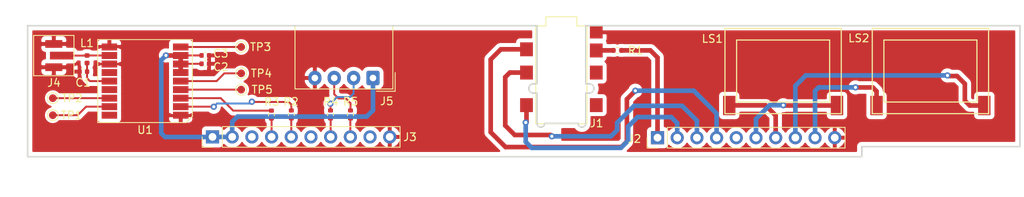
<source format=kicad_pcb>
(kicad_pcb (version 20171130) (host pcbnew "(5.1.7)-1")

  (general
    (thickness 1.6)
    (drawings 67)
    (tracks 142)
    (zones 0)
    (modules 22)
    (nets 37)
  )

  (page A4)
  (layers
    (0 F.Cu signal)
    (31 B.Cu signal)
    (32 B.Adhes user hide)
    (33 F.Adhes user hide)
    (34 B.Paste user hide)
    (35 F.Paste user hide)
    (36 B.SilkS user)
    (37 F.SilkS user)
    (38 B.Mask user hide)
    (39 F.Mask user hide)
    (40 Dwgs.User user)
    (41 Cmts.User user hide)
    (42 Eco1.User user hide)
    (43 Eco2.User user hide)
    (44 Edge.Cuts user)
    (45 Margin user hide)
    (46 B.CrtYd user hide)
    (47 F.CrtYd user hide)
    (48 B.Fab user hide)
    (49 F.Fab user hide)
  )

  (setup
    (last_trace_width 0.25)
    (user_trace_width 0.4)
    (user_trace_width 0.6)
    (user_trace_width 1)
    (trace_clearance 0.2)
    (zone_clearance 0.508)
    (zone_45_only no)
    (trace_min 0.2)
    (via_size 0.8)
    (via_drill 0.4)
    (via_min_size 0.4)
    (via_min_drill 0.3)
    (uvia_size 0.3)
    (uvia_drill 0.1)
    (uvias_allowed no)
    (uvia_min_size 0.2)
    (uvia_min_drill 0.1)
    (edge_width 0.05)
    (segment_width 0.2)
    (pcb_text_width 0.3)
    (pcb_text_size 1.5 1.5)
    (mod_edge_width 0.12)
    (mod_text_size 1 1)
    (mod_text_width 0.15)
    (pad_size 1.524 1.524)
    (pad_drill 0.762)
    (pad_to_mask_clearance 0)
    (aux_axis_origin 0 0)
    (visible_elements 7FFFFFFF)
    (pcbplotparams
      (layerselection 0x010fc_ffffffff)
      (usegerberextensions false)
      (usegerberattributes true)
      (usegerberadvancedattributes true)
      (creategerberjobfile true)
      (excludeedgelayer true)
      (linewidth 0.100000)
      (plotframeref false)
      (viasonmask false)
      (mode 1)
      (useauxorigin false)
      (hpglpennumber 1)
      (hpglpenspeed 20)
      (hpglpendiameter 15.000000)
      (psnegative false)
      (psa4output false)
      (plotreference true)
      (plotvalue true)
      (plotinvisibletext false)
      (padsonsilk false)
      (subtractmaskfromsilk false)
      (outputformat 1)
      (mirror false)
      (drillshape 1)
      (scaleselection 1)
      (outputdirectory ""))
  )

  (net 0 "")
  (net 1 "Net-(C1-Pad2)")
  (net 2 GND)
  (net 3 VCC_PERIH)
  (net 4 /HP_LEFT)
  (net 5 /HP_RIGHT)
  (net 6 /HP_DETECT)
  (net 7 "Net-(J1-Pad10)")
  (net 8 "Net-(J1-Pad11)")
  (net 9 "Net-(J1-Pad12)")
  (net 10 /SPK_RN)
  (net 11 /SPK_RP)
  (net 12 /SPK_LN)
  (net 13 /SPK_LP)
  (net 14 "Net-(J2-Pad5)")
  (net 15 VCC_3V3)
  (net 16 "Net-(J3-Pad9)")
  (net 17 /DEBUG_TX)
  (net 18 /DEBUG_RX)
  (net 19 "Net-(J3-Pad6)")
  (net 20 /GPS_TX)
  (net 21 /GPS_RX)
  (net 22 "Net-(J3-Pad3)")
  (net 23 "Net-(J4-Pad1)")
  (net 24 "Net-(J5-Pad3)")
  (net 25 "Net-(J5-Pad2)")
  (net 26 "Net-(R2-Pad2)")
  (net 27 "Net-(R3-Pad2)")
  (net 28 "Net-(TP1-Pad1)")
  (net 29 "Net-(TP2-Pad1)")
  (net 30 "Net-(TP3-Pad1)")
  (net 31 "Net-(TP4-Pad1)")
  (net 32 "Net-(TP5-Pad1)")
  (net 33 "Net-(U1-Pad13)")
  (net 34 "Net-(U1-Pad15)")
  (net 35 "Net-(U1-Pad18)")
  (net 36 GNDA)

  (net_class Default "This is the default net class."
    (clearance 0.2)
    (trace_width 0.25)
    (via_dia 0.8)
    (via_drill 0.4)
    (uvia_dia 0.3)
    (uvia_drill 0.1)
    (add_net /DEBUG_RX)
    (add_net /DEBUG_TX)
    (add_net /GPS_RX)
    (add_net /GPS_TX)
    (add_net /HP_DETECT)
    (add_net /HP_LEFT)
    (add_net /HP_RIGHT)
    (add_net /SPK_LN)
    (add_net /SPK_LP)
    (add_net /SPK_RN)
    (add_net /SPK_RP)
    (add_net GND)
    (add_net GNDA)
    (add_net "Net-(C1-Pad2)")
    (add_net "Net-(J1-Pad10)")
    (add_net "Net-(J1-Pad11)")
    (add_net "Net-(J1-Pad12)")
    (add_net "Net-(J2-Pad5)")
    (add_net "Net-(J3-Pad3)")
    (add_net "Net-(J3-Pad6)")
    (add_net "Net-(J3-Pad9)")
    (add_net "Net-(J4-Pad1)")
    (add_net "Net-(J5-Pad2)")
    (add_net "Net-(J5-Pad3)")
    (add_net "Net-(R2-Pad2)")
    (add_net "Net-(R3-Pad2)")
    (add_net "Net-(TP1-Pad1)")
    (add_net "Net-(TP2-Pad1)")
    (add_net "Net-(TP3-Pad1)")
    (add_net "Net-(TP4-Pad1)")
    (add_net "Net-(TP5-Pad1)")
    (add_net "Net-(U1-Pad13)")
    (add_net "Net-(U1-Pad15)")
    (add_net "Net-(U1-Pad18)")
    (add_net VCC_3V3)
    (add_net VCC_PERIH)
  )

  (module Capacitor_SMD:C_0402_1005Metric (layer F.Cu) (tedit 5F88D441) (tstamp 5F88DD8C)
    (at 98.87 85.89 180)
    (descr "Capacitor SMD 0402 (1005 Metric), square (rectangular) end terminal, IPC_7351 nominal, (Body size source: IPC-SM-782 page 76, https://www.pcb-3d.com/wordpress/wp-content/uploads/ipc-sm-782a_amendment_1_and_2.pdf), generated with kicad-footprint-generator")
    (tags capacitor)
    (path /5F893B42)
    (attr smd)
    (fp_text reference C3 (at -2 0.24 180) (layer F.SilkS)
      (effects (font (size 1 1) (thickness 0.15)))
    )
    (fp_text value 1uF (at 0 1.16 180) (layer F.Fab)
      (effects (font (size 1 1) (thickness 0.15)))
    )
    (fp_text user %R (at 0 0 180) (layer F.Fab)
      (effects (font (size 0.25 0.25) (thickness 0.04)))
    )
    (fp_line (start -0.5 0.25) (end -0.5 -0.25) (layer F.Fab) (width 0.1))
    (fp_line (start -0.5 -0.25) (end 0.5 -0.25) (layer F.Fab) (width 0.1))
    (fp_line (start 0.5 -0.25) (end 0.5 0.25) (layer F.Fab) (width 0.1))
    (fp_line (start 0.5 0.25) (end -0.5 0.25) (layer F.Fab) (width 0.1))
    (fp_line (start -0.107836 -0.36) (end 0.107836 -0.36) (layer F.SilkS) (width 0.12))
    (fp_line (start -0.107836 0.36) (end 0.107836 0.36) (layer F.SilkS) (width 0.12))
    (fp_line (start -0.91 0.46) (end -0.91 -0.46) (layer F.CrtYd) (width 0.05))
    (fp_line (start -0.91 -0.46) (end 0.91 -0.46) (layer F.CrtYd) (width 0.05))
    (fp_line (start 0.91 -0.46) (end 0.91 0.46) (layer F.CrtYd) (width 0.05))
    (fp_line (start 0.91 0.46) (end -0.91 0.46) (layer F.CrtYd) (width 0.05))
    (pad 2 smd roundrect (at 0.48 0 180) (size 0.56 0.62) (layers F.Cu F.Paste F.Mask) (roundrect_rratio 0.25)
      (net 3 VCC_PERIH))
    (pad 1 smd roundrect (at -0.48 0 180) (size 0.56 0.62) (layers F.Cu F.Paste F.Mask) (roundrect_rratio 0.25)
      (net 2 GND))
    (model ${KISYS3DMOD}/Capacitor_SMD.3dshapes/C_0402_1005Metric.wrl
      (at (xyz 0 0 0))
      (scale (xyz 1 1 1))
      (rotate (xyz 0 0 0))
    )
  )

  (module FlightComputer_Library:Teseo-LIV3F (layer F.Cu) (tedit 5F88C870) (tstamp 5F85E5C9)
    (at 91.1 89.2 90)
    (path /60164E3E)
    (attr smd)
    (fp_text reference U1 (at -6.3 0 180) (layer F.SilkS)
      (effects (font (size 1 1) (thickness 0.15)))
    )
    (fp_text value Teseo-LIV3F (at -0.6 0.2 90) (layer F.Fab)
      (effects (font (size 1 1) (thickness 0.15)))
    )
    (fp_line (start -5.1 5.85) (end -5.1 -5.85) (layer F.CrtYd) (width 0.05))
    (fp_line (start 5.1 5.85) (end -5.1 5.85) (layer F.CrtYd) (width 0.05))
    (fp_line (start 5.1 -5.85) (end 5.1 5.85) (layer F.CrtYd) (width 0.05))
    (fp_line (start -5.1 -5.85) (end 5.1 -5.85) (layer F.CrtYd) (width 0.05))
    (fp_line (start 5.35 6.1) (end -4.55 6.1) (layer F.SilkS) (width 0.12))
    (fp_line (start 5.35 -6.1) (end 5.35 6.1) (layer F.SilkS) (width 0.12))
    (fp_line (start -5.35 -6.1) (end 5.35 -6.1) (layer F.SilkS) (width 0.12))
    (fp_line (start -5.35 5.3) (end -5.35 -6.1) (layer F.SilkS) (width 0.12))
    (fp_line (start -4.55 6.1) (end -5.35 5.3) (layer F.SilkS) (width 0.12))
    (pad 9 smd rect (at 4.4 4.6 90) (size 0.9 2) (layers F.Cu F.Paste F.Mask)
      (net 30 "Net-(TP3-Pad1)"))
    (pad 10 smd rect (at 4.4 -4.6 90) (size 0.9 2) (layers F.Cu F.Paste F.Mask)
      (net 2 GND))
    (pad 8 smd rect (at 3.3 4.6 90) (size 0.9 2) (layers F.Cu F.Paste F.Mask)
      (net 3 VCC_PERIH))
    (pad 11 smd rect (at 3.3 -4.6 90) (size 0.9 2) (layers F.Cu F.Paste F.Mask)
      (net 23 "Net-(J4-Pad1)"))
    (pad 7 smd rect (at 2.2 4.6 90) (size 0.9 2) (layers F.Cu F.Paste F.Mask)
      (net 3 VCC_PERIH))
    (pad 12 smd rect (at 2.2 -4.6 90) (size 0.9 2) (layers F.Cu F.Paste F.Mask)
      (net 2 GND))
    (pad 6 smd rect (at 1.1 4.6 90) (size 0.9 2) (layers F.Cu F.Paste F.Mask)
      (net 3 VCC_PERIH))
    (pad 13 smd rect (at 1.1 -4.6 90) (size 0.9 2) (layers F.Cu F.Paste F.Mask)
      (net 33 "Net-(U1-Pad13)"))
    (pad 5 smd rect (at 0 4.6 90) (size 0.9 2) (layers F.Cu F.Paste F.Mask)
      (net 31 "Net-(TP4-Pad1)"))
    (pad 14 smd rect (at 0 -4.6 90) (size 0.9 2) (layers F.Cu F.Paste F.Mask)
      (net 1 "Net-(C1-Pad2)"))
    (pad 4 smd rect (at -1.1 4.6 90) (size 0.9 2) (layers F.Cu F.Paste F.Mask)
      (net 32 "Net-(TP5-Pad1)"))
    (pad 15 smd rect (at -1.1 -4.6 90) (size 0.9 2) (layers F.Cu F.Paste F.Mask)
      (net 34 "Net-(U1-Pad15)"))
    (pad 3 smd rect (at -2.2 4.6 90) (size 0.9 2) (layers F.Cu F.Paste F.Mask)
      (net 27 "Net-(R3-Pad2)"))
    (pad 16 smd rect (at -2.2 -4.6 90) (size 0.9 2) (layers F.Cu F.Paste F.Mask)
      (net 29 "Net-(TP2-Pad1)"))
    (pad 2 smd rect (at -3.3 4.6 90) (size 0.9 2) (layers F.Cu F.Paste F.Mask)
      (net 26 "Net-(R2-Pad2)"))
    (pad 17 smd rect (at -3.3 -4.6 90) (size 0.9 2) (layers F.Cu F.Paste F.Mask)
      (net 28 "Net-(TP1-Pad1)"))
    (pad 1 smd rect (at -4.4 4.6 90) (size 0.9 2) (layers F.Cu F.Paste F.Mask)
      (net 2 GND))
    (pad 18 smd rect (at -4.4 -4.6 90) (size 0.9 2) (layers F.Cu F.Paste F.Mask)
      (net 35 "Net-(U1-Pad18)"))
  )

  (module TestPoint:TestPoint_Pad_D1.0mm (layer F.Cu) (tedit 5F88C837) (tstamp 5F85E5AA)
    (at 103.5 90.3)
    (descr "SMD pad as test Point, diameter 1.0mm")
    (tags "test point SMD pad")
    (path /6007C6B4)
    (attr virtual)
    (fp_text reference TP5 (at 2.7 0) (layer F.SilkS)
      (effects (font (size 1 1) (thickness 0.15)))
    )
    (fp_text value 1PPS (at 0 1.55) (layer F.Fab)
      (effects (font (size 1 1) (thickness 0.15)))
    )
    (fp_circle (center 0 0) (end 0 0.7) (layer F.SilkS) (width 0.12))
    (fp_circle (center 0 0) (end 1 0) (layer F.CrtYd) (width 0.05))
    (fp_text user %R (at 0 -1.45) (layer F.Fab)
      (effects (font (size 1 1) (thickness 0.15)))
    )
    (pad 1 smd circle (at 0 0) (size 1 1) (layers F.Cu F.Mask)
      (net 32 "Net-(TP5-Pad1)"))
  )

  (module TestPoint:TestPoint_Pad_D1.0mm (layer F.Cu) (tedit 5F88C828) (tstamp 5F85E5A2)
    (at 103.5 88.2)
    (descr "SMD pad as test Point, diameter 1.0mm")
    (tags "test point SMD pad")
    (path /6007C55B)
    (attr virtual)
    (fp_text reference TP4 (at 2.6 0) (layer F.SilkS)
      (effects (font (size 1 1) (thickness 0.15)))
    )
    (fp_text value WAKEUP (at 0 1.55) (layer F.Fab)
      (effects (font (size 1 1) (thickness 0.15)))
    )
    (fp_circle (center 0 0) (end 0 0.7) (layer F.SilkS) (width 0.12))
    (fp_circle (center 0 0) (end 1 0) (layer F.CrtYd) (width 0.05))
    (fp_text user %R (at 0 -1.45) (layer F.Fab)
      (effects (font (size 1 1) (thickness 0.15)))
    )
    (pad 1 smd circle (at 0 0) (size 1 1) (layers F.Cu F.Mask)
      (net 31 "Net-(TP4-Pad1)"))
  )

  (module TestPoint:TestPoint_Pad_D1.0mm (layer F.Cu) (tedit 5F88C825) (tstamp 5F85E59A)
    (at 103.5 84.8)
    (descr "SMD pad as test Point, diameter 1.0mm")
    (tags "test point SMD pad")
    (path /6007C088)
    (attr virtual)
    (fp_text reference TP3 (at 2.5 0) (layer F.SilkS)
      (effects (font (size 1 1) (thickness 0.15)))
    )
    (fp_text value nRST (at 0 1.55) (layer F.Fab)
      (effects (font (size 1 1) (thickness 0.15)))
    )
    (fp_circle (center 0 0) (end 0 0.7) (layer F.SilkS) (width 0.12))
    (fp_circle (center 0 0) (end 1 0) (layer F.CrtYd) (width 0.05))
    (fp_text user %R (at 0 -1.45) (layer F.Fab)
      (effects (font (size 1 1) (thickness 0.15)))
    )
    (pad 1 smd circle (at 0 0) (size 1 1) (layers F.Cu F.Mask)
      (net 30 "Net-(TP3-Pad1)"))
  )

  (module TestPoint:TestPoint_Pad_D1.0mm (layer F.Cu) (tedit 5F88C848) (tstamp 5F85E592)
    (at 79.2 91.4)
    (descr "SMD pad as test Point, diameter 1.0mm")
    (tags "test point SMD pad")
    (path /5F905F86)
    (attr virtual)
    (fp_text reference TP2 (at 2.5 0) (layer F.SilkS)
      (effects (font (size 1 1) (thickness 0.15)))
    )
    (fp_text value SDA (at 0 1.55) (layer F.Fab)
      (effects (font (size 1 1) (thickness 0.15)))
    )
    (fp_circle (center 0 0) (end 0 0.7) (layer F.SilkS) (width 0.12))
    (fp_circle (center 0 0) (end 1 0) (layer F.CrtYd) (width 0.05))
    (fp_text user %R (at 0 -1.45) (layer F.Fab)
      (effects (font (size 1 1) (thickness 0.15)))
    )
    (pad 1 smd circle (at 0 0) (size 1 1) (layers F.Cu F.Mask)
      (net 29 "Net-(TP2-Pad1)"))
  )

  (module TestPoint:TestPoint_Pad_D1.0mm (layer F.Cu) (tedit 5F88C844) (tstamp 5F85E58A)
    (at 79.2 93.6)
    (descr "SMD pad as test Point, diameter 1.0mm")
    (tags "test point SMD pad")
    (path /5F903577)
    (attr virtual)
    (fp_text reference TP1 (at 2.4 0) (layer F.SilkS)
      (effects (font (size 1 1) (thickness 0.15)))
    )
    (fp_text value SCL (at 0 2.1) (layer F.Fab)
      (effects (font (size 1 1) (thickness 0.15)))
    )
    (fp_circle (center 0 0) (end 0 0.7) (layer F.SilkS) (width 0.12))
    (fp_circle (center 0 0) (end 1 0) (layer F.CrtYd) (width 0.05))
    (fp_text user %R (at 0.2 5) (layer F.Fab)
      (effects (font (size 1 1) (thickness 0.15)))
    )
    (pad 1 smd circle (at 0 0) (size 1 1) (layers F.Cu F.Mask)
      (net 28 "Net-(TP1-Pad1)"))
  )

  (module Resistor_SMD:R_0402_1005Metric (layer F.Cu) (tedit 5F86A097) (tstamp 5F85E582)
    (at 117.6 93.5 270)
    (descr "Resistor SMD 0402 (1005 Metric), square (rectangular) end terminal, IPC_7351 nominal, (Body size source: IPC-SM-782 page 72, https://www.pcb-3d.com/wordpress/wp-content/uploads/ipc-sm-782a_amendment_1_and_2.pdf), generated with kicad-footprint-generator")
    (tags resistor)
    (path /6018DFD8)
    (attr smd)
    (fp_text reference R5 (at -1.66 -0.01) (layer F.SilkS)
      (effects (font (size 1 1) (thickness 0.15)))
    )
    (fp_text value 33R (at 0 1.17 270) (layer F.Fab)
      (effects (font (size 1 1) (thickness 0.15)))
    )
    (fp_line (start 0.93 0.47) (end -0.93 0.47) (layer F.CrtYd) (width 0.05))
    (fp_line (start 0.93 -0.47) (end 0.93 0.47) (layer F.CrtYd) (width 0.05))
    (fp_line (start -0.93 -0.47) (end 0.93 -0.47) (layer F.CrtYd) (width 0.05))
    (fp_line (start -0.93 0.47) (end -0.93 -0.47) (layer F.CrtYd) (width 0.05))
    (fp_line (start -0.153641 0.38) (end 0.153641 0.38) (layer F.SilkS) (width 0.12))
    (fp_line (start -0.153641 -0.38) (end 0.153641 -0.38) (layer F.SilkS) (width 0.12))
    (fp_line (start 0.525 0.27) (end -0.525 0.27) (layer F.Fab) (width 0.1))
    (fp_line (start 0.525 -0.27) (end 0.525 0.27) (layer F.Fab) (width 0.1))
    (fp_line (start -0.525 -0.27) (end 0.525 -0.27) (layer F.Fab) (width 0.1))
    (fp_line (start -0.525 0.27) (end -0.525 -0.27) (layer F.Fab) (width 0.1))
    (fp_text user %R (at 0 0 270) (layer F.Fab)
      (effects (font (size 0.26 0.26) (thickness 0.04)))
    )
    (pad 2 smd roundrect (at 0.51 0 270) (size 0.54 0.64) (layers F.Cu F.Paste F.Mask) (roundrect_rratio 0.25)
      (net 17 /DEBUG_TX))
    (pad 1 smd roundrect (at -0.51 0 270) (size 0.54 0.64) (layers F.Cu F.Paste F.Mask) (roundrect_rratio 0.25)
      (net 24 "Net-(J5-Pad3)"))
    (model ${KISYS3DMOD}/Resistor_SMD.3dshapes/R_0402_1005Metric.wrl
      (at (xyz 0 0 0))
      (scale (xyz 1 1 1))
      (rotate (xyz 0 0 0))
    )
  )

  (module Resistor_SMD:R_0402_1005Metric (layer F.Cu) (tedit 5F86A08C) (tstamp 5F85E571)
    (at 115.02 93.5 270)
    (descr "Resistor SMD 0402 (1005 Metric), square (rectangular) end terminal, IPC_7351 nominal, (Body size source: IPC-SM-782 page 72, https://www.pcb-3d.com/wordpress/wp-content/uploads/ipc-sm-782a_amendment_1_and_2.pdf), generated with kicad-footprint-generator")
    (tags resistor)
    (path /6018DFD2)
    (attr smd)
    (fp_text reference R4 (at -1.64 -0.03) (layer F.SilkS)
      (effects (font (size 1 1) (thickness 0.15)))
    )
    (fp_text value 33R (at 0 1.17 270) (layer F.Fab)
      (effects (font (size 1 1) (thickness 0.15)))
    )
    (fp_line (start 0.93 0.47) (end -0.93 0.47) (layer F.CrtYd) (width 0.05))
    (fp_line (start 0.93 -0.47) (end 0.93 0.47) (layer F.CrtYd) (width 0.05))
    (fp_line (start -0.93 -0.47) (end 0.93 -0.47) (layer F.CrtYd) (width 0.05))
    (fp_line (start -0.93 0.47) (end -0.93 -0.47) (layer F.CrtYd) (width 0.05))
    (fp_line (start -0.153641 0.38) (end 0.153641 0.38) (layer F.SilkS) (width 0.12))
    (fp_line (start -0.153641 -0.38) (end 0.153641 -0.38) (layer F.SilkS) (width 0.12))
    (fp_line (start 0.525 0.27) (end -0.525 0.27) (layer F.Fab) (width 0.1))
    (fp_line (start 0.525 -0.27) (end 0.525 0.27) (layer F.Fab) (width 0.1))
    (fp_line (start -0.525 -0.27) (end 0.525 -0.27) (layer F.Fab) (width 0.1))
    (fp_line (start -0.525 0.27) (end -0.525 -0.27) (layer F.Fab) (width 0.1))
    (fp_text user %R (at 0 0 270) (layer F.Fab)
      (effects (font (size 0.26 0.26) (thickness 0.04)))
    )
    (pad 2 smd roundrect (at 0.51 0 270) (size 0.54 0.64) (layers F.Cu F.Paste F.Mask) (roundrect_rratio 0.25)
      (net 18 /DEBUG_RX))
    (pad 1 smd roundrect (at -0.51 0 270) (size 0.54 0.64) (layers F.Cu F.Paste F.Mask) (roundrect_rratio 0.25)
      (net 25 "Net-(J5-Pad2)"))
    (model ${KISYS3DMOD}/Resistor_SMD.3dshapes/R_0402_1005Metric.wrl
      (at (xyz 0 0 0))
      (scale (xyz 1 1 1))
      (rotate (xyz 0 0 0))
    )
  )

  (module Resistor_SMD:R_0402_1005Metric (layer F.Cu) (tedit 5F86A074) (tstamp 5F85E560)
    (at 107.4 93.52 90)
    (descr "Resistor SMD 0402 (1005 Metric), square (rectangular) end terminal, IPC_7351 nominal, (Body size source: IPC-SM-782 page 72, https://www.pcb-3d.com/wordpress/wp-content/uploads/ipc-sm-782a_amendment_1_and_2.pdf), generated with kicad-footprint-generator")
    (tags resistor)
    (path /6019B350)
    (attr smd)
    (fp_text reference R3 (at 1.66 0.05 180) (layer F.SilkS)
      (effects (font (size 1 1) (thickness 0.15)))
    )
    (fp_text value 33R (at 0 1.17 90) (layer F.Fab)
      (effects (font (size 1 1) (thickness 0.15)))
    )
    (fp_line (start 0.93 0.47) (end -0.93 0.47) (layer F.CrtYd) (width 0.05))
    (fp_line (start 0.93 -0.47) (end 0.93 0.47) (layer F.CrtYd) (width 0.05))
    (fp_line (start -0.93 -0.47) (end 0.93 -0.47) (layer F.CrtYd) (width 0.05))
    (fp_line (start -0.93 0.47) (end -0.93 -0.47) (layer F.CrtYd) (width 0.05))
    (fp_line (start -0.153641 0.38) (end 0.153641 0.38) (layer F.SilkS) (width 0.12))
    (fp_line (start -0.153641 -0.38) (end 0.153641 -0.38) (layer F.SilkS) (width 0.12))
    (fp_line (start 0.525 0.27) (end -0.525 0.27) (layer F.Fab) (width 0.1))
    (fp_line (start 0.525 -0.27) (end 0.525 0.27) (layer F.Fab) (width 0.1))
    (fp_line (start -0.525 -0.27) (end 0.525 -0.27) (layer F.Fab) (width 0.1))
    (fp_line (start -0.525 0.27) (end -0.525 -0.27) (layer F.Fab) (width 0.1))
    (fp_text user %R (at 0 0 90) (layer F.Fab)
      (effects (font (size 0.26 0.26) (thickness 0.04)))
    )
    (pad 2 smd roundrect (at 0.51 0 90) (size 0.54 0.64) (layers F.Cu F.Paste F.Mask) (roundrect_rratio 0.25)
      (net 27 "Net-(R3-Pad2)"))
    (pad 1 smd roundrect (at -0.51 0 90) (size 0.54 0.64) (layers F.Cu F.Paste F.Mask) (roundrect_rratio 0.25)
      (net 21 /GPS_RX))
    (model ${KISYS3DMOD}/Resistor_SMD.3dshapes/R_0402_1005Metric.wrl
      (at (xyz 0 0 0))
      (scale (xyz 1 1 1))
      (rotate (xyz 0 0 0))
    )
  )

  (module Resistor_SMD:R_0402_1005Metric (layer F.Cu) (tedit 5F86A084) (tstamp 5F85E54F)
    (at 109.97 93.5 90)
    (descr "Resistor SMD 0402 (1005 Metric), square (rectangular) end terminal, IPC_7351 nominal, (Body size source: IPC-SM-782 page 72, https://www.pcb-3d.com/wordpress/wp-content/uploads/ipc-sm-782a_amendment_1_and_2.pdf), generated with kicad-footprint-generator")
    (tags resistor)
    (path /6019B356)
    (attr smd)
    (fp_text reference R2 (at 1.64 -0.05 180) (layer F.SilkS)
      (effects (font (size 1 1) (thickness 0.15)))
    )
    (fp_text value 33R (at 0 1.17 90) (layer F.Fab)
      (effects (font (size 1 1) (thickness 0.15)))
    )
    (fp_line (start 0.93 0.47) (end -0.93 0.47) (layer F.CrtYd) (width 0.05))
    (fp_line (start 0.93 -0.47) (end 0.93 0.47) (layer F.CrtYd) (width 0.05))
    (fp_line (start -0.93 -0.47) (end 0.93 -0.47) (layer F.CrtYd) (width 0.05))
    (fp_line (start -0.93 0.47) (end -0.93 -0.47) (layer F.CrtYd) (width 0.05))
    (fp_line (start -0.153641 0.38) (end 0.153641 0.38) (layer F.SilkS) (width 0.12))
    (fp_line (start -0.153641 -0.38) (end 0.153641 -0.38) (layer F.SilkS) (width 0.12))
    (fp_line (start 0.525 0.27) (end -0.525 0.27) (layer F.Fab) (width 0.1))
    (fp_line (start 0.525 -0.27) (end 0.525 0.27) (layer F.Fab) (width 0.1))
    (fp_line (start -0.525 -0.27) (end 0.525 -0.27) (layer F.Fab) (width 0.1))
    (fp_line (start -0.525 0.27) (end -0.525 -0.27) (layer F.Fab) (width 0.1))
    (fp_text user %R (at 0 0 90) (layer F.Fab)
      (effects (font (size 0.26 0.26) (thickness 0.04)))
    )
    (pad 2 smd roundrect (at 0.51 0 90) (size 0.54 0.64) (layers F.Cu F.Paste F.Mask) (roundrect_rratio 0.25)
      (net 26 "Net-(R2-Pad2)"))
    (pad 1 smd roundrect (at -0.51 0 90) (size 0.54 0.64) (layers F.Cu F.Paste F.Mask) (roundrect_rratio 0.25)
      (net 20 /GPS_TX))
    (model ${KISYS3DMOD}/Resistor_SMD.3dshapes/R_0402_1005Metric.wrl
      (at (xyz 0 0 0))
      (scale (xyz 1 1 1))
      (rotate (xyz 0 0 0))
    )
  )

  (module Resistor_SMD:R_0402_1005Metric (layer F.Cu) (tedit 5F88D12F) (tstamp 5F85E53E)
    (at 152.03 85.24 180)
    (descr "Resistor SMD 0402 (1005 Metric), square (rectangular) end terminal, IPC_7351 nominal, (Body size source: IPC-SM-782 page 72, https://www.pcb-3d.com/wordpress/wp-content/uploads/ipc-sm-782a_amendment_1_and_2.pdf), generated with kicad-footprint-generator")
    (tags resistor)
    (path /5F372276)
    (attr smd)
    (fp_text reference R1 (at -2.34 0 180) (layer F.SilkS)
      (effects (font (size 1 1) (thickness 0.15)))
    )
    (fp_text value 100K (at 0.034998 1.404999 180) (layer F.Fab)
      (effects (font (size 1 1) (thickness 0.15)))
    )
    (fp_line (start 0.93 0.47) (end -0.93 0.47) (layer F.CrtYd) (width 0.05))
    (fp_line (start 0.93 -0.47) (end 0.93 0.47) (layer F.CrtYd) (width 0.05))
    (fp_line (start -0.93 -0.47) (end 0.93 -0.47) (layer F.CrtYd) (width 0.05))
    (fp_line (start -0.93 0.47) (end -0.93 -0.47) (layer F.CrtYd) (width 0.05))
    (fp_line (start -0.153641 0.38) (end 0.153641 0.38) (layer F.SilkS) (width 0.12))
    (fp_line (start -0.153641 -0.38) (end 0.153641 -0.38) (layer F.SilkS) (width 0.12))
    (fp_line (start 0.525 0.27) (end -0.525 0.27) (layer F.Fab) (width 0.1))
    (fp_line (start 0.525 -0.27) (end 0.525 0.27) (layer F.Fab) (width 0.1))
    (fp_line (start -0.525 -0.27) (end 0.525 -0.27) (layer F.Fab) (width 0.1))
    (fp_line (start -0.525 0.27) (end -0.525 -0.27) (layer F.Fab) (width 0.1))
    (fp_text user %R (at 0 0 180) (layer F.Fab)
      (effects (font (size 0.26 0.26) (thickness 0.04)))
    )
    (pad 2 smd roundrect (at 0.51 0 180) (size 0.54 0.64) (layers F.Cu F.Paste F.Mask) (roundrect_rratio 0.25)
      (net 9 "Net-(J1-Pad12)"))
    (pad 1 smd roundrect (at -0.51 0 180) (size 0.54 0.64) (layers F.Cu F.Paste F.Mask) (roundrect_rratio 0.25)
      (net 15 VCC_3V3))
    (model ${KISYS3DMOD}/Resistor_SMD.3dshapes/R_0402_1005Metric.wrl
      (at (xyz 0 0 0))
      (scale (xyz 1 1 1))
      (rotate (xyz 0 0 0))
    )
  )

  (module FlightComputer_Library:SM150808-8 (layer F.Cu) (tedit 5F88D04A) (tstamp 5F85E52D)
    (at 192.4 87.9 270)
    (path /5F891C20)
    (fp_text reference LS2 (at -4.23 9.24) (layer F.SilkS)
      (effects (font (size 1 1) (thickness 0.15)))
    )
    (fp_text value Speaker (at 0 8.8 270) (layer F.Fab)
      (effects (font (size 1 1) (thickness 0.15)))
    )
    (fp_line (start -4 -6) (end 4 -6) (layer F.SilkS) (width 0.15))
    (fp_line (start 4 -6) (end 4 6) (layer F.SilkS) (width 0.15))
    (fp_line (start 4 6) (end -4 6) (layer F.SilkS) (width 0.15))
    (fp_line (start -4 6) (end -4 -6) (layer F.SilkS) (width 0.15))
    (fp_line (start -5.5 -7.5) (end 5.5 -7.5) (layer F.SilkS) (width 0.15))
    (fp_line (start 5.5 -7.5) (end 5.5 7.5) (layer F.SilkS) (width 0.15))
    (fp_line (start 5.5 7.5) (end -5.5 7.5) (layer F.SilkS) (width 0.15))
    (fp_line (start -5.5 7.5) (end -5.5 -7.5) (layer F.SilkS) (width 0.15))
    (pad 1 smd rect (at 4.45 -6.95 270) (size 2.5 1.6) (layers F.Cu F.Paste F.Mask)
      (net 11 /SPK_RP))
    (pad 2 smd rect (at 4.45 6.95 270) (size 2.5 1.6) (layers F.Cu F.Paste F.Mask)
      (net 10 /SPK_RN))
  )

  (module FlightComputer_Library:SM150808-8 (layer F.Cu) (tedit 5F88D044) (tstamp 5F85E51F)
    (at 173.4 87.9 270)
    (path /5F890F10)
    (fp_text reference LS1 (at -4.16 9.13) (layer F.SilkS)
      (effects (font (size 1 1) (thickness 0.15)))
    )
    (fp_text value Speaker (at 0 8.8 270) (layer F.Fab)
      (effects (font (size 1 1) (thickness 0.15)))
    )
    (fp_line (start -4 -6) (end 4 -6) (layer F.SilkS) (width 0.15))
    (fp_line (start 4 -6) (end 4 6) (layer F.SilkS) (width 0.15))
    (fp_line (start 4 6) (end -4 6) (layer F.SilkS) (width 0.15))
    (fp_line (start -4 6) (end -4 -6) (layer F.SilkS) (width 0.15))
    (fp_line (start -5.5 -7.5) (end 5.5 -7.5) (layer F.SilkS) (width 0.15))
    (fp_line (start 5.5 -7.5) (end 5.5 7.5) (layer F.SilkS) (width 0.15))
    (fp_line (start 5.5 7.5) (end -5.5 7.5) (layer F.SilkS) (width 0.15))
    (fp_line (start -5.5 7.5) (end -5.5 -7.5) (layer F.SilkS) (width 0.15))
    (pad 1 smd rect (at 4.45 -6.95 270) (size 2.5 1.6) (layers F.Cu F.Paste F.Mask)
      (net 13 /SPK_LP))
    (pad 2 smd rect (at 4.45 6.95 270) (size 2.5 1.6) (layers F.Cu F.Paste F.Mask)
      (net 12 /SPK_LN))
  )

  (module Inductor_SMD:L_0402_1005Metric (layer F.Cu) (tedit 5F88C9FF) (tstamp 5F85E511)
    (at 83.62 86.38 90)
    (descr "Inductor SMD 0402 (1005 Metric), square (rectangular) end terminal, IPC_7351 nominal, (Body size source: http://www.tortai-tech.com/upload/download/2011102023233369053.pdf), generated with kicad-footprint-generator")
    (tags inductor)
    (path /601CE65C)
    (attr smd)
    (fp_text reference L1 (at 2.08 -0.02) (layer F.SilkS)
      (effects (font (size 1 1) (thickness 0.15)))
    )
    (fp_text value 33nH (at 0 1.17 90) (layer F.Fab)
      (effects (font (size 1 1) (thickness 0.15)))
    )
    (fp_line (start 0.93 0.47) (end -0.93 0.47) (layer F.CrtYd) (width 0.05))
    (fp_line (start 0.93 -0.47) (end 0.93 0.47) (layer F.CrtYd) (width 0.05))
    (fp_line (start -0.93 -0.47) (end 0.93 -0.47) (layer F.CrtYd) (width 0.05))
    (fp_line (start -0.93 0.47) (end -0.93 -0.47) (layer F.CrtYd) (width 0.05))
    (fp_line (start 0.5 0.25) (end -0.5 0.25) (layer F.Fab) (width 0.1))
    (fp_line (start 0.5 -0.25) (end 0.5 0.25) (layer F.Fab) (width 0.1))
    (fp_line (start -0.5 -0.25) (end 0.5 -0.25) (layer F.Fab) (width 0.1))
    (fp_line (start -0.5 0.25) (end -0.5 -0.25) (layer F.Fab) (width 0.1))
    (fp_text user %R (at 0 0 90) (layer F.Fab)
      (effects (font (size 0.25 0.25) (thickness 0.04)))
    )
    (pad 2 smd roundrect (at 0.485 0 90) (size 0.59 0.64) (layers F.Cu F.Paste F.Mask) (roundrect_rratio 0.25)
      (net 23 "Net-(J4-Pad1)"))
    (pad 1 smd roundrect (at -0.485 0 90) (size 0.59 0.64) (layers F.Cu F.Paste F.Mask) (roundrect_rratio 0.25)
      (net 1 "Net-(C1-Pad2)"))
    (model ${KISYS3DMOD}/Inductor_SMD.3dshapes/L_0402_1005Metric.wrl
      (at (xyz 0 0 0))
      (scale (xyz 1 1 1))
      (rotate (xyz 0 0 0))
    )
  )

  (module Connector_Molex:Molex_SPOX_5268-04A_1x04_P2.50mm_Horizontal (layer F.Cu) (tedit 5F86A109) (tstamp 5F85E502)
    (at 120.5 88.8 180)
    (descr "Molex SPOX Connector System, 5268-04A, 4 Pins per row (https://www.molex.com/pdm_docs/sd/022057045_sd.pdf), generated with kicad-footprint-generator")
    (tags "connector Molex SPOX horizontal")
    (path /5F4D197A)
    (fp_text reference J5 (at -1.78 -2.99 180) (layer F.SilkS)
      (effects (font (size 1 1) (thickness 0.15)))
    )
    (fp_text value Conn_DEBUG (at 3.75 7.8 180) (layer F.Fab)
      (effects (font (size 1 1) (thickness 0.15)))
    )
    (fp_line (start 10.45 -1.8) (end -2.95 -1.8) (layer F.CrtYd) (width 0.05))
    (fp_line (start 10.45 7.1) (end 10.45 -1.8) (layer F.CrtYd) (width 0.05))
    (fp_line (start -2.95 7.1) (end 10.45 7.1) (layer F.CrtYd) (width 0.05))
    (fp_line (start -2.95 -1.8) (end -2.95 7.1) (layer F.CrtYd) (width 0.05))
    (fp_line (start -1.742893 0) (end -2.45 -0.5) (layer F.Fab) (width 0.1))
    (fp_line (start -2.45 0.5) (end -1.742893 0) (layer F.Fab) (width 0.1))
    (fp_line (start -2.86 -1.71) (end -0.45 -1.71) (layer F.SilkS) (width 0.12))
    (fp_line (start -2.86 0.7) (end -2.86 -1.71) (layer F.SilkS) (width 0.12))
    (fp_line (start 10.06 -1.41) (end -2.56 -1.41) (layer F.SilkS) (width 0.12))
    (fp_line (start 10.06 6.71) (end 10.06 -1.41) (layer F.SilkS) (width 0.12))
    (fp_line (start -2.56 6.71) (end 10.06 6.71) (layer F.SilkS) (width 0.12))
    (fp_line (start -2.56 -1.41) (end -2.56 6.71) (layer F.SilkS) (width 0.12))
    (fp_line (start 9.95 -1.3) (end -2.45 -1.3) (layer F.Fab) (width 0.1))
    (fp_line (start 9.95 6.6) (end 9.95 -1.3) (layer F.Fab) (width 0.1))
    (fp_line (start -2.45 6.6) (end 9.95 6.6) (layer F.Fab) (width 0.1))
    (fp_line (start -2.45 -1.3) (end -2.45 6.6) (layer F.Fab) (width 0.1))
    (fp_text user %R (at 3.75 5.9 180) (layer F.Fab)
      (effects (font (size 1 1) (thickness 0.15)))
    )
    (pad 4 thru_hole oval (at 7.5 0 180) (size 1.7 1.85) (drill 0.85) (layers *.Cu *.Mask)
      (net 2 GND))
    (pad 3 thru_hole oval (at 5 0 180) (size 1.7 1.85) (drill 0.85) (layers *.Cu *.Mask)
      (net 24 "Net-(J5-Pad3)"))
    (pad 2 thru_hole oval (at 2.5 0 180) (size 1.7 1.85) (drill 0.85) (layers *.Cu *.Mask)
      (net 25 "Net-(J5-Pad2)"))
    (pad 1 thru_hole roundrect (at 0 0 180) (size 1.7 1.85) (drill 0.85) (layers *.Cu *.Mask) (roundrect_rratio 0.147059)
      (net 3 VCC_PERIH))
    (model ${KISYS3DMOD}/Connector_Molex.3dshapes/Molex_SPOX_5268-04A_1x04_P2.50mm_Horizontal.wrl
      (at (xyz 0 0 0))
      (scale (xyz 1 1 1))
      (rotate (xyz 0 0 0))
    )
  )

  (module FlightComputer_Library:IPEX-IPX (layer F.Cu) (tedit 5F88C8EA) (tstamp 5F85E4E9)
    (at 79.33 85.91 90)
    (path /601C9A85)
    (fp_text reference J4 (at -3.51 0.02) (layer F.SilkS)
      (effects (font (size 1 1) (thickness 0.15)))
    )
    (fp_text value IPEX_IPX (at 0 3.6 90) (layer F.Fab)
      (effects (font (size 1 1) (thickness 0.15)))
    )
    (fp_line (start -1.5 1.5) (end -1.5 -1.5) (layer F.CrtYd) (width 0.12))
    (fp_line (start 1.5 1.5) (end -1.5 1.5) (layer F.CrtYd) (width 0.12))
    (fp_line (start 1.5 -1.5) (end 1.5 1.5) (layer F.CrtYd) (width 0.12))
    (fp_line (start -1.5 -1.5) (end 1.5 -1.5) (layer F.CrtYd) (width 0.12))
    (fp_line (start -2.6 -2.6) (end 2.6 -2.6) (layer F.SilkS) (width 0.12))
    (fp_line (start 2.6 -2.6) (end 2.6 2.6) (layer F.SilkS) (width 0.12))
    (fp_line (start 2.6 2.6) (end -2.6 2.6) (layer F.SilkS) (width 0.12))
    (fp_line (start -2.6 2.6) (end -2.6 -2.6) (layer F.SilkS) (width 0.12))
    (pad 3 smd rect (at -1.5 0 90) (size 1 2.2) (layers F.Cu F.Paste F.Mask)
      (net 2 GND))
    (pad 2 smd rect (at 1.5 0 90) (size 1 2.2) (layers F.Cu F.Paste F.Mask)
      (net 2 GND))
    (pad 1 smd rect (at 0 1 90) (size 1 3) (layers F.Cu F.Paste F.Mask)
      (net 23 "Net-(J4-Pad1)"))
  )

  (module Connector_PinHeader_2.54mm:PinHeader_1x10_P2.54mm_Vertical (layer F.Cu) (tedit 5F88D0FF) (tstamp 5F85E4DA)
    (at 99.8 96.4 90)
    (descr "Through hole straight pin header, 1x10, 2.54mm pitch, single row")
    (tags "Through hole pin header THT 1x10 2.54mm single row")
    (path /5F9B4B2E)
    (fp_text reference J3 (at -0.02 25.47 180) (layer F.SilkS)
      (effects (font (size 1 1) (thickness 0.15)))
    )
    (fp_text value Conn_01x10 (at 0 25.19 90) (layer F.Fab)
      (effects (font (size 1 1) (thickness 0.15)))
    )
    (fp_line (start 1.8 -1.8) (end -1.8 -1.8) (layer F.CrtYd) (width 0.05))
    (fp_line (start 1.8 24.65) (end 1.8 -1.8) (layer F.CrtYd) (width 0.05))
    (fp_line (start -1.8 24.65) (end 1.8 24.65) (layer F.CrtYd) (width 0.05))
    (fp_line (start -1.8 -1.8) (end -1.8 24.65) (layer F.CrtYd) (width 0.05))
    (fp_line (start -1.33 -1.33) (end 0 -1.33) (layer F.SilkS) (width 0.12))
    (fp_line (start -1.33 0) (end -1.33 -1.33) (layer F.SilkS) (width 0.12))
    (fp_line (start -1.33 1.27) (end 1.33 1.27) (layer F.SilkS) (width 0.12))
    (fp_line (start 1.33 1.27) (end 1.33 24.19) (layer F.SilkS) (width 0.12))
    (fp_line (start -1.33 1.27) (end -1.33 24.19) (layer F.SilkS) (width 0.12))
    (fp_line (start -1.33 24.19) (end 1.33 24.19) (layer F.SilkS) (width 0.12))
    (fp_line (start -1.27 -0.635) (end -0.635 -1.27) (layer F.Fab) (width 0.1))
    (fp_line (start -1.27 24.13) (end -1.27 -0.635) (layer F.Fab) (width 0.1))
    (fp_line (start 1.27 24.13) (end -1.27 24.13) (layer F.Fab) (width 0.1))
    (fp_line (start 1.27 -1.27) (end 1.27 24.13) (layer F.Fab) (width 0.1))
    (fp_line (start -0.635 -1.27) (end 1.27 -1.27) (layer F.Fab) (width 0.1))
    (fp_text user %R (at 0 11.43 180) (layer F.Fab)
      (effects (font (size 1 1) (thickness 0.15)))
    )
    (pad 10 thru_hole oval (at 0 22.86 90) (size 1.7 1.7) (drill 1) (layers *.Cu *.Mask)
      (net 2 GND))
    (pad 9 thru_hole oval (at 0 20.32 90) (size 1.7 1.7) (drill 1) (layers *.Cu *.Mask)
      (net 16 "Net-(J3-Pad9)"))
    (pad 8 thru_hole oval (at 0 17.78 90) (size 1.7 1.7) (drill 1) (layers *.Cu *.Mask)
      (net 17 /DEBUG_TX))
    (pad 7 thru_hole oval (at 0 15.24 90) (size 1.7 1.7) (drill 1) (layers *.Cu *.Mask)
      (net 18 /DEBUG_RX))
    (pad 6 thru_hole oval (at 0 12.7 90) (size 1.7 1.7) (drill 1) (layers *.Cu *.Mask)
      (net 19 "Net-(J3-Pad6)"))
    (pad 5 thru_hole oval (at 0 10.16 90) (size 1.7 1.7) (drill 1) (layers *.Cu *.Mask)
      (net 20 /GPS_TX))
    (pad 4 thru_hole oval (at 0 7.62 90) (size 1.7 1.7) (drill 1) (layers *.Cu *.Mask)
      (net 21 /GPS_RX))
    (pad 3 thru_hole oval (at 0 5.08 90) (size 1.7 1.7) (drill 1) (layers *.Cu *.Mask)
      (net 22 "Net-(J3-Pad3)"))
    (pad 2 thru_hole oval (at 0 2.54 90) (size 1.7 1.7) (drill 1) (layers *.Cu *.Mask)
      (net 3 VCC_PERIH))
    (pad 1 thru_hole rect (at 0 0 90) (size 1.7 1.7) (drill 1) (layers *.Cu *.Mask)
      (net 3 VCC_PERIH))
    (model ${KISYS3DMOD}/Connector_PinHeader_2.54mm.3dshapes/PinHeader_1x10_P2.54mm_Vertical.wrl
      (at (xyz 0 0 0))
      (scale (xyz 1 1 1))
      (rotate (xyz 0 0 0))
    )
  )

  (module Connector_PinHeader_2.54mm:PinHeader_1x10_P2.54mm_Vertical (layer F.Cu) (tedit 5F86A119) (tstamp 5F85E4BC)
    (at 157.2 96.5 90)
    (descr "Through hole straight pin header, 1x10, 2.54mm pitch, single row")
    (tags "Through hole pin header THT 1x10 2.54mm single row")
    (path /5F9B3714)
    (fp_text reference J2 (at -0.15 -2.97) (layer F.SilkS)
      (effects (font (size 1 1) (thickness 0.15)))
    )
    (fp_text value Conn_01x10 (at 0 25.19 90) (layer F.Fab)
      (effects (font (size 1 1) (thickness 0.15)))
    )
    (fp_line (start 1.8 -1.8) (end -1.8 -1.8) (layer F.CrtYd) (width 0.05))
    (fp_line (start 1.8 24.65) (end 1.8 -1.8) (layer F.CrtYd) (width 0.05))
    (fp_line (start -1.8 24.65) (end 1.8 24.65) (layer F.CrtYd) (width 0.05))
    (fp_line (start -1.8 -1.8) (end -1.8 24.65) (layer F.CrtYd) (width 0.05))
    (fp_line (start -1.33 -1.33) (end 0 -1.33) (layer F.SilkS) (width 0.12))
    (fp_line (start -1.33 0) (end -1.33 -1.33) (layer F.SilkS) (width 0.12))
    (fp_line (start -1.33 1.27) (end 1.33 1.27) (layer F.SilkS) (width 0.12))
    (fp_line (start 1.33 1.27) (end 1.33 24.19) (layer F.SilkS) (width 0.12))
    (fp_line (start -1.33 1.27) (end -1.33 24.19) (layer F.SilkS) (width 0.12))
    (fp_line (start -1.33 24.19) (end 1.33 24.19) (layer F.SilkS) (width 0.12))
    (fp_line (start -1.27 -0.635) (end -0.635 -1.27) (layer F.Fab) (width 0.1))
    (fp_line (start -1.27 24.13) (end -1.27 -0.635) (layer F.Fab) (width 0.1))
    (fp_line (start 1.27 24.13) (end -1.27 24.13) (layer F.Fab) (width 0.1))
    (fp_line (start 1.27 -1.27) (end 1.27 24.13) (layer F.Fab) (width 0.1))
    (fp_line (start -0.635 -1.27) (end 1.27 -1.27) (layer F.Fab) (width 0.1))
    (fp_text user %R (at 0 11.43 180) (layer F.Fab)
      (effects (font (size 1 1) (thickness 0.15)))
    )
    (pad 10 thru_hole oval (at 0 22.86 90) (size 1.7 1.7) (drill 1) (layers *.Cu *.Mask)
      (net 36 GNDA))
    (pad 9 thru_hole oval (at 0 20.32 90) (size 1.7 1.7) (drill 1) (layers *.Cu *.Mask)
      (net 10 /SPK_RN))
    (pad 8 thru_hole oval (at 0 17.78 90) (size 1.7 1.7) (drill 1) (layers *.Cu *.Mask)
      (net 11 /SPK_RP))
    (pad 7 thru_hole oval (at 0 15.24 90) (size 1.7 1.7) (drill 1) (layers *.Cu *.Mask)
      (net 12 /SPK_LN))
    (pad 6 thru_hole oval (at 0 12.7 90) (size 1.7 1.7) (drill 1) (layers *.Cu *.Mask)
      (net 13 /SPK_LP))
    (pad 5 thru_hole oval (at 0 10.16 90) (size 1.7 1.7) (drill 1) (layers *.Cu *.Mask)
      (net 14 "Net-(J2-Pad5)"))
    (pad 4 thru_hole oval (at 0 7.62 90) (size 1.7 1.7) (drill 1) (layers *.Cu *.Mask)
      (net 6 /HP_DETECT))
    (pad 3 thru_hole oval (at 0 5.08 90) (size 1.7 1.7) (drill 1) (layers *.Cu *.Mask)
      (net 5 /HP_RIGHT))
    (pad 2 thru_hole oval (at 0 2.54 90) (size 1.7 1.7) (drill 1) (layers *.Cu *.Mask)
      (net 4 /HP_LEFT))
    (pad 1 thru_hole rect (at 0 0 90) (size 1.7 1.7) (drill 1) (layers *.Cu *.Mask)
      (net 15 VCC_3V3))
    (model ${KISYS3DMOD}/Connector_PinHeader_2.54mm.3dshapes/PinHeader_1x10_P2.54mm_Vertical.wrl
      (at (xyz 0 0 0))
      (scale (xyz 1 1 1))
      (rotate (xyz 0 0 0))
    )
  )

  (module FlightComputer_Library:SJ-43617-SMT (layer F.Cu) (tedit 5F88D104) (tstamp 5F85E49E)
    (at 144.8 82.1 270)
    (path /5FB13296)
    (fp_text reference J1 (at 12.54 -4.55) (layer F.SilkS)
      (effects (font (size 1 1) (thickness 0.15)))
    )
    (fp_text value SJ-43617-SMT (at 6.9 6.7 270) (layer F.Fab)
      (effects (font (size 1 1) (thickness 0.15)))
    )
    (fp_line (start 0 -3.3) (end 12.6 -3.3) (layer F.SilkS) (width 0.12))
    (fp_line (start 12.6 -3.3) (end 12.6 3.3) (layer F.SilkS) (width 0.12))
    (fp_line (start 12.6 3.3) (end 0 3.3) (layer F.SilkS) (width 0.12))
    (fp_line (start 0 3.3) (end 0 2) (layer F.SilkS) (width 0.12))
    (fp_line (start 0 2) (end -1.2 2) (layer F.SilkS) (width 0.12))
    (fp_line (start -1.2 2) (end -1.2 -2) (layer F.SilkS) (width 0.12))
    (fp_line (start -1.2 -2) (end 0 -2) (layer F.SilkS) (width 0.12))
    (fp_line (start 0 -2) (end 0 -3.3) (layer F.SilkS) (width 0.12))
    (pad 2 smd rect (at 10.2 4.5 270) (size 1.8 1.65) (layers F.Cu F.Paste F.Mask)
      (net 4 /HP_LEFT))
    (pad 3 smd rect (at 6 4.5 270) (size 1.8 1.65) (layers F.Cu F.Paste F.Mask)
      (net 5 /HP_RIGHT))
    (pad 4 smd rect (at 3 4.5 270) (size 1.8 1.65) (layers F.Cu F.Paste F.Mask)
      (net 6 /HP_DETECT))
    (pad 10 smd rect (at 10.2 -4.5 270) (size 1.8 1.65) (layers F.Cu F.Paste F.Mask)
      (net 7 "Net-(J1-Pad10)"))
    (pad 11 smd rect (at 6 -4.5 270) (size 1.8 1.65) (layers F.Cu F.Paste F.Mask)
      (net 8 "Net-(J1-Pad11)"))
    (pad 12 smd rect (at 3.15 -4.5 270) (size 1.8 1.65) (layers F.Cu F.Paste F.Mask)
      (net 9 "Net-(J1-Pad12)"))
    (pad 1 smd rect (at 0.8 -4.5 270) (size 1.6 1.65) (layers F.Cu F.Paste F.Mask)
      (net 36 GNDA))
  )

  (module Capacitor_SMD:C_0402_1005Metric (layer F.Cu) (tedit 5F88D43E) (tstamp 5F85E48B)
    (at 98.87 86.97 180)
    (descr "Capacitor SMD 0402 (1005 Metric), square (rectangular) end terminal, IPC_7351 nominal, (Body size source: IPC-SM-782 page 76, https://www.pcb-3d.com/wordpress/wp-content/uploads/ipc-sm-782a_amendment_1_and_2.pdf), generated with kicad-footprint-generator")
    (tags capacitor)
    (path /601FCF35)
    (attr smd)
    (fp_text reference C2 (at -2 -0.42 180) (layer F.SilkS)
      (effects (font (size 1 1) (thickness 0.15)))
    )
    (fp_text value 0.1uF (at 0.054998 0.824999 180) (layer F.Fab)
      (effects (font (size 1 1) (thickness 0.15)))
    )
    (fp_line (start 0.91 0.46) (end -0.91 0.46) (layer F.CrtYd) (width 0.05))
    (fp_line (start 0.91 -0.46) (end 0.91 0.46) (layer F.CrtYd) (width 0.05))
    (fp_line (start -0.91 -0.46) (end 0.91 -0.46) (layer F.CrtYd) (width 0.05))
    (fp_line (start -0.91 0.46) (end -0.91 -0.46) (layer F.CrtYd) (width 0.05))
    (fp_line (start -0.107836 0.36) (end 0.107836 0.36) (layer F.SilkS) (width 0.12))
    (fp_line (start -0.107836 -0.36) (end 0.107836 -0.36) (layer F.SilkS) (width 0.12))
    (fp_line (start 0.5 0.25) (end -0.5 0.25) (layer F.Fab) (width 0.1))
    (fp_line (start 0.5 -0.25) (end 0.5 0.25) (layer F.Fab) (width 0.1))
    (fp_line (start -0.5 -0.25) (end 0.5 -0.25) (layer F.Fab) (width 0.1))
    (fp_line (start -0.5 0.25) (end -0.5 -0.25) (layer F.Fab) (width 0.1))
    (fp_text user %R (at 0 0 180) (layer F.Fab)
      (effects (font (size 0.25 0.25) (thickness 0.04)))
    )
    (pad 2 smd roundrect (at 0.48 0 180) (size 0.56 0.62) (layers F.Cu F.Paste F.Mask) (roundrect_rratio 0.25)
      (net 3 VCC_PERIH))
    (pad 1 smd roundrect (at -0.48 0 180) (size 0.56 0.62) (layers F.Cu F.Paste F.Mask) (roundrect_rratio 0.25)
      (net 2 GND))
    (model ${KISYS3DMOD}/Capacitor_SMD.3dshapes/C_0402_1005Metric.wrl
      (at (xyz 0 0 0))
      (scale (xyz 1 1 1))
      (rotate (xyz 0 0 0))
    )
  )

  (module Capacitor_SMD:C_0402_1005Metric (layer F.Cu) (tedit 5F88C9FB) (tstamp 5F85E47A)
    (at 83.14 87.98)
    (descr "Capacitor SMD 0402 (1005 Metric), square (rectangular) end terminal, IPC_7351 nominal, (Body size source: IPC-SM-782 page 76, https://www.pcb-3d.com/wordpress/wp-content/uploads/ipc-sm-782a_amendment_1_and_2.pdf), generated with kicad-footprint-generator")
    (tags capacitor)
    (path /601D02A1)
    (attr smd)
    (fp_text reference C1 (at -0.04 1.42) (layer F.SilkS)
      (effects (font (size 1 1) (thickness 0.15)))
    )
    (fp_text value 22pF (at 0 1.16) (layer F.Fab)
      (effects (font (size 1 1) (thickness 0.15)))
    )
    (fp_line (start 0.91 0.46) (end -0.91 0.46) (layer F.CrtYd) (width 0.05))
    (fp_line (start 0.91 -0.46) (end 0.91 0.46) (layer F.CrtYd) (width 0.05))
    (fp_line (start -0.91 -0.46) (end 0.91 -0.46) (layer F.CrtYd) (width 0.05))
    (fp_line (start -0.91 0.46) (end -0.91 -0.46) (layer F.CrtYd) (width 0.05))
    (fp_line (start -0.107836 0.36) (end 0.107836 0.36) (layer F.SilkS) (width 0.12))
    (fp_line (start -0.107836 -0.36) (end 0.107836 -0.36) (layer F.SilkS) (width 0.12))
    (fp_line (start 0.5 0.25) (end -0.5 0.25) (layer F.Fab) (width 0.1))
    (fp_line (start 0.5 -0.25) (end 0.5 0.25) (layer F.Fab) (width 0.1))
    (fp_line (start -0.5 -0.25) (end 0.5 -0.25) (layer F.Fab) (width 0.1))
    (fp_line (start -0.5 0.25) (end -0.5 -0.25) (layer F.Fab) (width 0.1))
    (fp_text user %R (at 0 0) (layer F.Fab)
      (effects (font (size 0.25 0.25) (thickness 0.04)))
    )
    (pad 2 smd roundrect (at 0.48 0) (size 0.56 0.62) (layers F.Cu F.Paste F.Mask) (roundrect_rratio 0.25)
      (net 1 "Net-(C1-Pad2)"))
    (pad 1 smd roundrect (at -0.48 0) (size 0.56 0.62) (layers F.Cu F.Paste F.Mask) (roundrect_rratio 0.25)
      (net 2 GND))
    (model ${KISYS3DMOD}/Capacitor_SMD.3dshapes/C_0402_1005Metric.wrl
      (at (xyz 0 0 0))
      (scale (xyz 1 1 1))
      (rotate (xyz 0 0 0))
    )
  )

  (gr_line (start 165.95 82.050001) (end 180.95 82.050001) (layer Dwgs.User) (width 0.2))
  (gr_line (start 184.95 82.050001) (end 199.95 82.050001) (layer Dwgs.User) (width 0.2))
  (gr_line (start 110.95 82.050001) (end 122.95 82.050001) (layer Dwgs.User) (width 0.2))
  (gr_line (start 85.95 84.050001) (end 96.05 84.050001) (layer Dwgs.User) (width 0.2))
  (gr_line (start 85.95 93.750001) (end 85.95 84.050001) (layer Dwgs.User) (width 0.2))
  (gr_line (start 96.05 84.050001) (end 96.05 93.750001) (layer Dwgs.User) (width 0.2))
  (gr_line (start 96.05 93.750001) (end 85.95 93.750001) (layer Dwgs.User) (width 0.2))
  (gr_line (start 181.35 97.72) (end 155.95 97.72) (layer Dwgs.User) (width 0.2))
  (gr_line (start 181.35 95.18) (end 181.35 97.72) (layer Dwgs.User) (width 0.2))
  (gr_line (start 155.95 97.72) (end 155.95 95.18) (layer Dwgs.User) (width 0.2))
  (gr_line (start 155.95 95.18) (end 181.35 95.18) (layer Dwgs.User) (width 0.2))
  (gr_line (start 123.95 97.72) (end 98.55 97.72) (layer Dwgs.User) (width 0.2))
  (gr_line (start 123.95 95.18) (end 123.95 97.72) (layer Dwgs.User) (width 0.2))
  (gr_line (start 98.55 97.72) (end 98.55 95.18) (layer Dwgs.User) (width 0.2))
  (gr_line (start 98.55 95.18) (end 123.95 95.18) (layer Dwgs.User) (width 0.2))
  (gr_line (start 122.95 82.050001) (end 122.95 90.050001) (layer Dwgs.User) (width 0.2))
  (gr_line (start 122.95 90.050001) (end 110.95 90.050001) (layer Dwgs.User) (width 0.2))
  (gr_line (start 110.95 90.050001) (end 110.95 82.050001) (layer Dwgs.User) (width 0.2))
  (gr_line (start 199.95 82.050001) (end 199.95 93.050001) (layer Dwgs.User) (width 0.2))
  (gr_line (start 199.95 93.050001) (end 184.95 93.050001) (layer Dwgs.User) (width 0.2))
  (gr_line (start 184.95 93.050001) (end 184.95 82.050001) (layer Dwgs.User) (width 0.2))
  (gr_line (start 180.95 82.050001) (end 180.95 93.050001) (layer Dwgs.User) (width 0.2))
  (gr_line (start 180.95 93.050001) (end 165.95 93.050001) (layer Dwgs.User) (width 0.2))
  (gr_line (start 165.95 93.050001) (end 165.95 82.050001) (layer Dwgs.User) (width 0.2))
  (gr_line (start 141.649999 82.050001) (end 141.649999 89.550001) (layer Dwgs.User) (width 0.2))
  (gr_line (start 122.95 82.050001) (end 141.65 82.050001) (layer Dwgs.User) (width 0.2))
  (gr_line (start 75.95 82.050001) (end 110.95 82.050001) (layer Dwgs.User) (width 0.2))
  (gr_line (start 75.950001 98.95) (end 75.95 82.050001) (layer Dwgs.User) (width 0.2))
  (gr_line (start 183.55 98.95) (end 75.950001 98.95) (layer Dwgs.User) (width 0.2))
  (gr_line (start 183.55 97.650001) (end 183.55 98.95) (layer Dwgs.User) (width 0.2))
  (gr_line (start 203.95 97.650001) (end 183.55 97.650001) (layer Dwgs.User) (width 0.2))
  (gr_line (start 203.95 82.050001) (end 203.95 97.650001) (layer Dwgs.User) (width 0.2))
  (gr_line (start 203.95 82.050001) (end 199.95 82.050001) (layer Dwgs.User) (width 0.2))
  (gr_line (start 184.95 82.050001) (end 180.95 82.050001) (layer Dwgs.User) (width 0.2))
  (gr_line (start 165.95 82.050001) (end 147.95 82.050001) (layer Dwgs.User) (width 0.2))
  (gr_line (start 147.95 89.550001) (end 147.95 82.050001) (layer Dwgs.User) (width 0.2))
  (gr_line (start 148.4 89.550001) (end 147.95 89.550001) (layer Dwgs.User) (width 0.2))
  (gr_arc (start 148.4 90.150001) (end 148.4 90.750001) (angle -180) (layer Dwgs.User) (width 0.2))
  (gr_line (start 147.949999 90.750001) (end 148.4 90.750001) (layer Dwgs.User) (width 0.2))
  (gr_line (start 147.95 94.650001) (end 147.949999 90.750001) (layer Dwgs.User) (width 0.2))
  (gr_arc (start 147.45 94.650001) (end 146.949999 94.650001) (angle -180) (layer Dwgs.User) (width 0.2))
  (gr_line (start 142.65 94.650001) (end 146.949999 94.650001) (layer Dwgs.User) (width 0.2))
  (gr_arc (start 142.15 94.650001) (end 141.65 94.650001) (angle -180) (layer Dwgs.User) (width 0.2))
  (gr_line (start 141.65 90.750001) (end 141.65 94.650001) (layer Dwgs.User) (width 0.2))
  (gr_line (start 141.199999 90.750001) (end 141.65 90.750001) (layer Dwgs.User) (width 0.2))
  (gr_line (start 141.649999 89.550001) (end 141.199999 89.550001) (layer Dwgs.User) (width 0.2))
  (gr_arc (start 141.199999 90.150001) (end 141.199999 89.550001) (angle -180) (layer Dwgs.User) (width 0.2))
  (gr_line (start 141.199999 90.750001) (end 141.65 90.750001) (layer Edge.Cuts) (width 0.2))
  (gr_arc (start 141.199999 90.150001) (end 141.199999 89.550001) (angle -180) (layer Edge.Cuts) (width 0.2))
  (gr_line (start 141.649999 89.550001) (end 141.199999 89.550001) (layer Edge.Cuts) (width 0.2))
  (gr_line (start 141.65 82.050001) (end 141.649999 89.550001) (layer Edge.Cuts) (width 0.2))
  (gr_line (start 75.95 82.050001) (end 141.65 82.050001) (layer Edge.Cuts) (width 0.2))
  (gr_line (start 75.950001 98.95) (end 75.95 82.050001) (layer Edge.Cuts) (width 0.2))
  (gr_line (start 183.55 98.95) (end 75.950001 98.95) (layer Edge.Cuts) (width 0.2))
  (gr_line (start 183.55 97.650001) (end 183.55 98.95) (layer Edge.Cuts) (width 0.2))
  (gr_line (start 203.95 97.650001) (end 183.55 97.650001) (layer Edge.Cuts) (width 0.2))
  (gr_line (start 203.95 82.050001) (end 203.95 97.650001) (layer Edge.Cuts) (width 0.2))
  (gr_line (start 147.95 82.050001) (end 203.95 82.050001) (layer Edge.Cuts) (width 0.2))
  (gr_line (start 147.95 89.550001) (end 147.95 82.050001) (layer Edge.Cuts) (width 0.2))
  (gr_line (start 148.4 89.550001) (end 147.95 89.550001) (layer Edge.Cuts) (width 0.2))
  (gr_arc (start 148.4 90.150001) (end 148.4 90.750001) (angle -180) (layer Edge.Cuts) (width 0.2))
  (gr_line (start 147.949999 90.750001) (end 148.4 90.750001) (layer Edge.Cuts) (width 0.2))
  (gr_line (start 147.95 94.650001) (end 147.949999 90.750001) (layer Edge.Cuts) (width 0.2))
  (gr_arc (start 147.45 94.650001) (end 146.949999 94.650001) (angle -180) (layer Edge.Cuts) (width 0.2))
  (gr_line (start 142.65 94.650001) (end 146.949999 94.650001) (layer Edge.Cuts) (width 0.2))
  (gr_arc (start 142.15 94.650001) (end 141.65 94.650001) (angle -180) (layer Edge.Cuts) (width 0.2))
  (gr_line (start 141.65 90.750001) (end 141.65 94.650001) (layer Edge.Cuts) (width 0.2))

  (segment (start 83.62 87.98) (end 83.62 86.865) (width 0.25) (layer F.Cu) (net 1) (status C00000))
  (segment (start 86.5 89.2) (end 83.98 89.2) (width 0.25) (layer F.Cu) (net 1) (status 400000))
  (segment (start 83.62 88.84) (end 83.62 87.98) (width 0.25) (layer F.Cu) (net 1) (tstamp 5F891CE8) (status 800000))
  (segment (start 83.98 89.2) (end 83.62 88.84) (width 0.25) (layer F.Cu) (net 1) (tstamp 5F891CE7))
  (segment (start 98.39 86.97) (end 95.73 86.97) (width 0.25) (layer F.Cu) (net 3) (status C00000))
  (segment (start 95.73 86.97) (end 95.7 87) (width 0.25) (layer F.Cu) (net 3) (tstamp 5F891CDA) (status C00000))
  (segment (start 95.7 88.1) (end 95.7 87) (width 0.6) (layer F.Cu) (net 3) (status C00000))
  (segment (start 95.7 87) (end 95.7 85.9) (width 0.6) (layer F.Cu) (net 3) (status C00000))
  (segment (start 99.8 96.4) (end 102.34 96.4) (width 0.6) (layer B.Cu) (net 3) (status C00000))
  (segment (start 102.34 96.4) (end 102.34 94.46) (width 0.6) (layer B.Cu) (net 3) (status 400000))
  (segment (start 120.5 92.97) (end 120.5 88.8) (width 0.6) (layer B.Cu) (net 3) (tstamp 5F891F87) (status 800000))
  (segment (start 119.69 93.78) (end 120.5 92.97) (width 0.6) (layer B.Cu) (net 3) (tstamp 5F891F86))
  (segment (start 103.02 93.78) (end 119.69 93.78) (width 0.6) (layer B.Cu) (net 3) (tstamp 5F891F85))
  (segment (start 102.34 94.46) (end 103.02 93.78) (width 0.6) (layer B.Cu) (net 3) (tstamp 5F891F84))
  (segment (start 95.7 85.9) (end 93.8 85.9) (width 0.6) (layer F.Cu) (net 3) (status 400000))
  (segment (start 99.79 96.41) (end 99.8 96.4) (width 0.6) (layer B.Cu) (net 3) (tstamp 5F891FC8) (status C00000))
  (segment (start 93.68 96.41) (end 99.79 96.41) (width 0.6) (layer B.Cu) (net 3) (tstamp 5F891FC7) (status 800000))
  (segment (start 93.19 95.92) (end 93.68 96.41) (width 0.6) (layer B.Cu) (net 3) (tstamp 5F891FC6))
  (segment (start 93.19 86.49) (end 93.19 95.92) (width 0.6) (layer B.Cu) (net 3) (tstamp 5F891FC5))
  (segment (start 93.79 85.89) (end 93.19 86.49) (width 0.6) (layer B.Cu) (net 3) (tstamp 5F891FC4))
  (via (at 93.79 85.89) (size 0.8) (drill 0.4) (layers F.Cu B.Cu) (net 3))
  (segment (start 93.8 85.9) (end 93.79 85.89) (width 0.6) (layer F.Cu) (net 3) (tstamp 5F891FC2))
  (segment (start 98.39 85.89) (end 95.71 85.89) (width 0.25) (layer F.Cu) (net 3) (status C00000))
  (segment (start 95.71 85.89) (end 95.7 85.9) (width 0.25) (layer F.Cu) (net 3) (tstamp 5F88F240) (status C00000))
  (segment (start 159.74 96.5) (end 159.74 94.62) (width 0.6) (layer B.Cu) (net 4) (status 400000))
  (segment (start 140.3 94.44) (end 140.3 92.3) (width 0.6) (layer F.Cu) (net 4) (tstamp 5F892575) (status 800000))
  (segment (start 140.2 94.54) (end 140.3 94.44) (width 0.6) (layer F.Cu) (net 4) (tstamp 5F892574))
  (via (at 140.2 94.54) (size 0.8) (drill 0.4) (layers F.Cu B.Cu) (net 4))
  (segment (start 140.2 97.04) (end 140.2 94.54) (width 0.6) (layer B.Cu) (net 4) (tstamp 5F892572))
  (segment (start 140.97 97.81) (end 140.2 97.04) (width 0.6) (layer B.Cu) (net 4) (tstamp 5F892571))
  (segment (start 152.48 97.81) (end 140.97 97.81) (width 0.6) (layer B.Cu) (net 4) (tstamp 5F892570))
  (segment (start 153.41 96.88) (end 152.48 97.81) (width 0.6) (layer B.Cu) (net 4) (tstamp 5F89256F))
  (segment (start 153.41 95.06) (end 153.41 96.88) (width 0.6) (layer B.Cu) (net 4) (tstamp 5F89256E))
  (segment (start 154.63 93.84) (end 153.41 95.06) (width 0.6) (layer B.Cu) (net 4) (tstamp 5F89256D))
  (segment (start 158.96 93.84) (end 154.63 93.84) (width 0.6) (layer B.Cu) (net 4) (tstamp 5F89256C))
  (segment (start 159.74 94.62) (end 158.96 93.84) (width 0.6) (layer B.Cu) (net 4) (tstamp 5F89256B))
  (segment (start 162.28 96.5) (end 162.28 94.3) (width 0.6) (layer B.Cu) (net 5) (status 400000))
  (segment (start 138.15 88.1) (end 140.3 88.1) (width 0.6) (layer F.Cu) (net 5) (tstamp 5F892585) (status 800000))
  (segment (start 137.56 88.69) (end 138.15 88.1) (width 0.6) (layer F.Cu) (net 5) (tstamp 5F892584))
  (segment (start 137.56 94.93) (end 137.56 88.69) (width 0.6) (layer F.Cu) (net 5) (tstamp 5F892583))
  (segment (start 138.78 96.15) (end 137.56 94.93) (width 0.6) (layer F.Cu) (net 5) (tstamp 5F892582))
  (segment (start 143.4 96.15) (end 138.78 96.15) (width 0.6) (layer F.Cu) (net 5) (tstamp 5F892581))
  (segment (start 143.57 96.32) (end 143.4 96.15) (width 0.6) (layer F.Cu) (net 5) (tstamp 5F892580))
  (via (at 143.57 96.32) (size 0.8) (drill 0.4) (layers F.Cu B.Cu) (net 5))
  (segment (start 151.2 96.32) (end 143.57 96.32) (width 0.6) (layer B.Cu) (net 5) (tstamp 5F89257E))
  (segment (start 151.99 95.53) (end 151.2 96.32) (width 0.6) (layer B.Cu) (net 5) (tstamp 5F89257D))
  (segment (start 151.99 94.58) (end 151.99 95.53) (width 0.6) (layer B.Cu) (net 5) (tstamp 5F89257C))
  (segment (start 154.18 92.39) (end 151.99 94.58) (width 0.6) (layer B.Cu) (net 5) (tstamp 5F89257B))
  (segment (start 160.37 92.39) (end 154.18 92.39) (width 0.6) (layer B.Cu) (net 5) (tstamp 5F89257A))
  (segment (start 162.28 94.3) (end 160.37 92.39) (width 0.6) (layer B.Cu) (net 5) (tstamp 5F892579))
  (segment (start 164.82 96.5) (end 164.82 93.39) (width 0.6) (layer B.Cu) (net 6) (status 400000))
  (via (at 154.34 90.44) (size 0.8) (drill 0.4) (layers F.Cu B.Cu) (net 6))
  (segment (start 161.87 90.44) (end 154.34 90.44) (width 0.6) (layer B.Cu) (net 6) (tstamp 5F89258B))
  (segment (start 164.82 93.39) (end 161.87 90.44) (width 0.6) (layer B.Cu) (net 6) (tstamp 5F892589))
  (segment (start 154.34 90.44) (end 153.25 91.53) (width 0.6) (layer F.Cu) (net 6))
  (segment (start 153.25 91.53) (end 153.25 97) (width 0.6) (layer F.Cu) (net 6) (tstamp 5F892595))
  (segment (start 153.25 97) (end 152.54 97.71) (width 0.6) (layer F.Cu) (net 6) (tstamp 5F892596))
  (segment (start 152.54 97.71) (end 137.6 97.71) (width 0.6) (layer F.Cu) (net 6) (tstamp 5F892597))
  (segment (start 137.6 97.71) (end 135.68 95.79) (width 0.6) (layer F.Cu) (net 6) (tstamp 5F892598))
  (segment (start 135.68 95.79) (end 135.68 86.41) (width 0.6) (layer F.Cu) (net 6) (tstamp 5F892599))
  (segment (start 135.68 86.41) (end 136.99 85.1) (width 0.6) (layer F.Cu) (net 6) (tstamp 5F89259A))
  (segment (start 136.99 85.1) (end 140.3 85.1) (width 0.6) (layer F.Cu) (net 6) (tstamp 5F89259B) (status 800000))
  (segment (start 151.52 85.24) (end 149.31 85.24) (width 0.6) (layer F.Cu) (net 9) (status C00000))
  (segment (start 149.31 85.24) (end 149.3 85.25) (width 0.6) (layer F.Cu) (net 9) (tstamp 5F892564) (status C00000))
  (segment (start 177.52 96.5) (end 177.52 90.47) (width 0.6) (layer B.Cu) (net 10) (status 400000))
  (segment (start 185.45 90.51) (end 185.45 92.35) (width 0.6) (layer F.Cu) (net 10) (tstamp 5F89200D) (status 800000))
  (segment (start 184.96 90.02) (end 185.45 90.51) (width 0.6) (layer F.Cu) (net 10) (tstamp 5F89200C))
  (segment (start 182.74 90.02) (end 184.96 90.02) (width 0.6) (layer F.Cu) (net 10) (tstamp 5F89200B))
  (segment (start 182.73 90.01) (end 182.74 90.02) (width 0.6) (layer F.Cu) (net 10) (tstamp 5F89200A))
  (via (at 182.73 90.01) (size 0.8) (drill 0.4) (layers F.Cu B.Cu) (net 10))
  (segment (start 177.98 90.01) (end 182.73 90.01) (width 0.6) (layer B.Cu) (net 10) (tstamp 5F892008))
  (segment (start 177.52 90.47) (end 177.98 90.01) (width 0.6) (layer B.Cu) (net 10) (tstamp 5F892007))
  (segment (start 174.98 96.5) (end 174.98 89.81) (width 0.6) (layer B.Cu) (net 11) (status 400000))
  (segment (start 197.47 92.35) (end 199.35 92.35) (width 0.6) (layer F.Cu) (net 11) (tstamp 5F89204E) (status 800000))
  (segment (start 196.84 91.72) (end 197.47 92.35) (width 0.6) (layer F.Cu) (net 11) (tstamp 5F89204D))
  (segment (start 196.84 89.55) (end 196.84 91.72) (width 0.6) (layer F.Cu) (net 11) (tstamp 5F89204C))
  (segment (start 195.84 88.55) (end 196.84 89.55) (width 0.6) (layer F.Cu) (net 11) (tstamp 5F89204B))
  (segment (start 194.68 88.55) (end 195.84 88.55) (width 0.6) (layer F.Cu) (net 11) (tstamp 5F89204A))
  (segment (start 194.6 88.47) (end 194.68 88.55) (width 0.6) (layer F.Cu) (net 11) (tstamp 5F892049))
  (via (at 194.6 88.47) (size 0.8) (drill 0.4) (layers F.Cu B.Cu) (net 11))
  (segment (start 176.32 88.47) (end 194.6 88.47) (width 0.6) (layer B.Cu) (net 11) (tstamp 5F892047))
  (segment (start 174.98 89.81) (end 176.32 88.47) (width 0.6) (layer B.Cu) (net 11) (tstamp 5F892046))
  (segment (start 172.44 96.5) (end 172.44 93.63) (width 0.6) (layer F.Cu) (net 12) (status 400000))
  (segment (start 166.47 92.33) (end 166.45 92.35) (width 0.6) (layer F.Cu) (net 12) (tstamp 5F891FFC) (status C00000))
  (segment (start 171.14 92.33) (end 166.47 92.33) (width 0.6) (layer F.Cu) (net 12) (tstamp 5F891FFB) (status 800000))
  (segment (start 172.44 93.63) (end 171.14 92.33) (width 0.6) (layer F.Cu) (net 12) (tstamp 5F891FFA))
  (segment (start 169.9 96.5) (end 169.9 94.07) (width 0.6) (layer B.Cu) (net 13) (status 400000))
  (segment (start 173.46 92.35) (end 180.35 92.35) (width 0.6) (layer F.Cu) (net 13) (tstamp 5F892003) (status 800000))
  (segment (start 173.42 92.31) (end 173.46 92.35) (width 0.6) (layer F.Cu) (net 13) (tstamp 5F892002))
  (via (at 173.42 92.31) (size 0.8) (drill 0.4) (layers F.Cu B.Cu) (net 13))
  (segment (start 171.66 92.31) (end 173.42 92.31) (width 0.6) (layer B.Cu) (net 13) (tstamp 5F892000))
  (segment (start 169.9 94.07) (end 171.66 92.31) (width 0.6) (layer B.Cu) (net 13) (tstamp 5F891FFF))
  (segment (start 157.2 96.5) (end 157.2 86.16) (width 0.6) (layer F.Cu) (net 15) (status 400000))
  (segment (start 156.28 85.24) (end 152.54 85.24) (width 0.6) (layer F.Cu) (net 15) (tstamp 5F892568) (status 800000))
  (segment (start 157.2 86.16) (end 156.28 85.24) (width 0.6) (layer F.Cu) (net 15) (tstamp 5F892567))
  (segment (start 117.58 96.4) (end 117.58 94.03) (width 0.25) (layer F.Cu) (net 17) (status C00000))
  (segment (start 117.58 94.03) (end 117.6 94.01) (width 0.25) (layer F.Cu) (net 17) (tstamp 5F891F70) (status C00000))
  (segment (start 115.04 96.4) (end 115.04 94.03) (width 0.25) (layer F.Cu) (net 18) (status C00000))
  (segment (start 115.04 94.03) (end 115.02 94.01) (width 0.25) (layer F.Cu) (net 18) (tstamp 5F891F6D) (status C00000))
  (segment (start 109.96 96.4) (end 109.96 94.02) (width 0.25) (layer F.Cu) (net 20) (status C00000))
  (segment (start 109.96 94.02) (end 109.97 94.01) (width 0.25) (layer F.Cu) (net 20) (tstamp 5F891F6A) (status C00000))
  (segment (start 107.42 96.4) (end 107.42 94.05) (width 0.25) (layer F.Cu) (net 21) (status C00000))
  (segment (start 107.42 94.05) (end 107.4 94.03) (width 0.25) (layer F.Cu) (net 21) (tstamp 5F891F67) (status C00000))
  (segment (start 83.62 85.895) (end 86.495 85.895) (width 0.25) (layer F.Cu) (net 23) (status C00000))
  (segment (start 86.495 85.895) (end 86.5 85.9) (width 0.25) (layer F.Cu) (net 23) (tstamp 5F891CDD) (status C00000))
  (segment (start 80.33 85.91) (end 83.605 85.91) (width 0.25) (layer F.Cu) (net 23) (status C00000))
  (segment (start 83.605 85.91) (end 83.62 85.895) (width 0.25) (layer F.Cu) (net 23) (tstamp 5F891CE0) (status C00000))
  (segment (start 117.6 92.99) (end 117.6 92.04) (width 0.25) (layer F.Cu) (net 24) (status 400000))
  (segment (start 115.5 90.89) (end 115.5 88.8) (width 0.25) (layer F.Cu) (net 24) (tstamp 5F891F76) (status 800000))
  (segment (start 116.05 91.44) (end 115.5 90.89) (width 0.25) (layer F.Cu) (net 24) (tstamp 5F891F75))
  (segment (start 117 91.44) (end 116.05 91.44) (width 0.25) (layer F.Cu) (net 24) (tstamp 5F891F74))
  (segment (start 117.6 92.04) (end 117 91.44) (width 0.25) (layer F.Cu) (net 24) (tstamp 5F891F73))
  (segment (start 115.02 92.99) (end 115.02 92.12) (width 0.25) (layer F.Cu) (net 25) (status 400000))
  (segment (start 118 90.8) (end 118 88.8) (width 0.25) (layer B.Cu) (net 25) (tstamp 5F891F7E) (status 800000))
  (segment (start 117.54 91.26) (end 118 90.8) (width 0.25) (layer B.Cu) (net 25) (tstamp 5F891F7D))
  (segment (start 115.86 91.26) (end 117.54 91.26) (width 0.25) (layer B.Cu) (net 25) (tstamp 5F891F7C))
  (segment (start 115.01 92.11) (end 115.86 91.26) (width 0.25) (layer B.Cu) (net 25) (tstamp 5F891F7B))
  (via (at 115.01 92.11) (size 0.8) (drill 0.4) (layers F.Cu B.Cu) (net 25))
  (segment (start 115.02 92.12) (end 115.01 92.11) (width 0.25) (layer F.Cu) (net 25) (tstamp 5F891F79))
  (segment (start 109.97 92.99) (end 109.97 92.21) (width 0.25) (layer F.Cu) (net 26) (status 400000))
  (segment (start 99.95 92.5) (end 95.7 92.5) (width 0.25) (layer F.Cu) (net 26) (tstamp 5F891F9A) (status 800000))
  (segment (start 99.96 92.51) (end 99.95 92.5) (width 0.25) (layer F.Cu) (net 26) (tstamp 5F891F99))
  (via (at 99.96 92.51) (size 0.8) (drill 0.4) (layers F.Cu B.Cu) (net 26))
  (segment (start 100.38 92.09) (end 99.96 92.51) (width 0.25) (layer B.Cu) (net 26) (tstamp 5F891F97))
  (segment (start 104.65 92.09) (end 100.38 92.09) (width 0.25) (layer B.Cu) (net 26) (tstamp 5F891F96))
  (segment (start 104.88 91.86) (end 104.65 92.09) (width 0.25) (layer B.Cu) (net 26) (tstamp 5F891F95))
  (via (at 104.88 91.86) (size 0.8) (drill 0.4) (layers F.Cu B.Cu) (net 26))
  (segment (start 104.91 91.89) (end 104.88 91.86) (width 0.25) (layer F.Cu) (net 26) (tstamp 5F891F93))
  (segment (start 109.65 91.89) (end 104.91 91.89) (width 0.25) (layer F.Cu) (net 26) (tstamp 5F891F92))
  (segment (start 109.97 92.21) (end 109.65 91.89) (width 0.25) (layer F.Cu) (net 26) (tstamp 5F891F91))
  (segment (start 107.4 93.01) (end 102.47 93.01) (width 0.25) (layer F.Cu) (net 27) (status 400000))
  (segment (start 100.86 91.4) (end 95.7 91.4) (width 0.25) (layer F.Cu) (net 27) (tstamp 5F891F8D) (status 800000))
  (segment (start 102.47 93.01) (end 100.86 91.4) (width 0.25) (layer F.Cu) (net 27) (tstamp 5F891F8B))
  (segment (start 86.5 92.5) (end 83.5 92.5) (width 0.25) (layer F.Cu) (net 28) (status 400000))
  (segment (start 79.2 93.6) (end 82.4 93.6) (width 0.25) (layer F.Cu) (net 28) (status 400000))
  (segment (start 82.4 93.6) (end 83.5 92.5) (width 0.25) (layer F.Cu) (net 28) (tstamp 5F88D99A))
  (segment (start 86.5 91.4) (end 79.2 91.4) (width 0.25) (layer F.Cu) (net 29) (status C00000))
  (segment (start 95.7 84.8) (end 103.5 84.8) (width 0.25) (layer F.Cu) (net 30) (status C00000))
  (segment (start 95.7 89.2) (end 100.33 89.2) (width 0.25) (layer F.Cu) (net 31) (status 400000))
  (segment (start 101.33 88.2) (end 103.5 88.2) (width 0.25) (layer F.Cu) (net 31) (tstamp 5F8919B3) (status 800000))
  (segment (start 100.33 89.2) (end 101.33 88.2) (width 0.25) (layer F.Cu) (net 31) (tstamp 5F8919B1))
  (segment (start 95.7 90.3) (end 103.5 90.3) (width 0.25) (layer F.Cu) (net 32) (status C00000))

  (zone (net 2) (net_name GND) (layer F.Cu) (tstamp 5F88D9AC) (hatch edge 0.508)
    (connect_pads (clearance 0.508))
    (min_thickness 0.254)
    (fill yes (arc_segments 32) (thermal_gap 0.508) (thermal_bridge_width 0.508))
    (polygon
      (pts
        (xy 143.51 104.14) (xy 72.39 104.14) (xy 72.39 78.74) (xy 143.51 78.74)
      )
    )
    (filled_polygon
      (pts
        (xy 140.915001 83.561928) (xy 139.475 83.561928) (xy 139.350518 83.574188) (xy 139.23082 83.610498) (xy 139.120506 83.669463)
        (xy 139.023815 83.748815) (xy 138.944463 83.845506) (xy 138.885498 83.95582) (xy 138.849188 84.075518) (xy 138.840375 84.165)
        (xy 137.035935 84.165) (xy 136.99 84.160476) (xy 136.806708 84.178528) (xy 136.702828 84.210041) (xy 136.63046 84.231993)
        (xy 136.468028 84.318814) (xy 136.325656 84.435656) (xy 136.29637 84.471341) (xy 135.051336 85.716375) (xy 135.015657 85.745656)
        (xy 134.898815 85.888028) (xy 134.819254 86.036878) (xy 134.811994 86.05046) (xy 134.758529 86.226709) (xy 134.740476 86.41)
        (xy 134.745001 86.455942) (xy 134.745 95.744068) (xy 134.740476 95.79) (xy 134.745 95.835931) (xy 134.758529 95.973291)
        (xy 134.811993 96.149539) (xy 134.898814 96.311971) (xy 135.015656 96.454344) (xy 135.051341 96.48363) (xy 136.78271 98.215)
        (xy 76.685001 98.215) (xy 76.685001 87.91) (xy 77.591928 87.91) (xy 77.604188 88.034482) (xy 77.640498 88.15418)
        (xy 77.699463 88.264494) (xy 77.778815 88.361185) (xy 77.875506 88.440537) (xy 77.98582 88.499502) (xy 78.105518 88.535812)
        (xy 78.23 88.548072) (xy 79.04425 88.545) (xy 79.203 88.38625) (xy 79.203 87.537) (xy 79.457 87.537)
        (xy 79.457 88.38625) (xy 79.61575 88.545) (xy 80.43 88.548072) (xy 80.554482 88.535812) (xy 80.67418 88.499502)
        (xy 80.784494 88.440537) (xy 80.881185 88.361185) (xy 80.942003 88.287077) (xy 81.741935 88.287077) (xy 81.753625 88.411613)
        (xy 81.789386 88.531476) (xy 81.847844 88.642059) (xy 81.926753 88.739113) (xy 82.023079 88.818908) (xy 82.133122 88.878377)
        (xy 82.252652 88.915235) (xy 82.37425 88.925) (xy 82.533 88.76625) (xy 82.533 88.107) (xy 81.90375 88.107)
        (xy 81.745 88.26575) (xy 81.741935 88.287077) (xy 80.942003 88.287077) (xy 80.960537 88.264494) (xy 81.019502 88.15418)
        (xy 81.055812 88.034482) (xy 81.068072 87.91) (xy 81.065 87.69575) (xy 81.042173 87.672923) (xy 81.741935 87.672923)
        (xy 81.745 87.69425) (xy 81.90375 87.853) (xy 82.533 87.853) (xy 82.533 87.19375) (xy 82.37425 87.035)
        (xy 82.252652 87.044765) (xy 82.133122 87.081623) (xy 82.023079 87.141092) (xy 81.926753 87.220887) (xy 81.847844 87.317941)
        (xy 81.789386 87.428524) (xy 81.753625 87.548387) (xy 81.741935 87.672923) (xy 81.042173 87.672923) (xy 80.90625 87.537)
        (xy 79.457 87.537) (xy 79.203 87.537) (xy 77.75375 87.537) (xy 77.595 87.69575) (xy 77.591928 87.91)
        (xy 76.685001 87.91) (xy 76.685 84.91) (xy 77.591928 84.91) (xy 77.604188 85.034482) (xy 77.640498 85.15418)
        (xy 77.699463 85.264494) (xy 77.778815 85.361185) (xy 77.875506 85.440537) (xy 77.98582 85.499502) (xy 78.105518 85.535812)
        (xy 78.191928 85.544322) (xy 78.191928 86.275678) (xy 78.105518 86.284188) (xy 77.98582 86.320498) (xy 77.875506 86.379463)
        (xy 77.778815 86.458815) (xy 77.699463 86.555506) (xy 77.640498 86.66582) (xy 77.604188 86.785518) (xy 77.591928 86.91)
        (xy 77.595 87.12425) (xy 77.75375 87.283) (xy 79.203 87.283) (xy 79.203 87.263) (xy 79.457 87.263)
        (xy 79.457 87.283) (xy 80.90625 87.283) (xy 81.065 87.12425) (xy 81.066092 87.048072) (xy 81.83 87.048072)
        (xy 81.954482 87.035812) (xy 82.07418 86.999502) (xy 82.184494 86.940537) (xy 82.281185 86.861185) (xy 82.360537 86.764494)
        (xy 82.411046 86.67) (xy 82.666606 86.67) (xy 82.661928 86.7175) (xy 82.661928 87.0125) (xy 82.677023 87.165757)
        (xy 82.721726 87.313125) (xy 82.787 87.435243) (xy 82.787 87.463892) (xy 82.761155 87.512245) (xy 82.716878 87.658206)
        (xy 82.701928 87.81) (xy 82.701928 88.15) (xy 82.716878 88.301794) (xy 82.761155 88.447755) (xy 82.787 88.496108)
        (xy 82.787 88.76625) (xy 82.856721 88.835971) (xy 82.856324 88.84) (xy 82.86 88.877322) (xy 82.86 88.877332)
        (xy 82.870997 88.988985) (xy 82.903035 89.094602) (xy 82.914454 89.132246) (xy 82.985026 89.264276) (xy 83.009565 89.294176)
        (xy 83.079999 89.380001) (xy 83.109003 89.403804) (xy 83.416196 89.710997) (xy 83.439999 89.740001) (xy 83.555724 89.834974)
        (xy 83.687753 89.905546) (xy 83.831014 89.949003) (xy 83.942667 89.96) (xy 83.942677 89.96) (xy 83.98 89.963676)
        (xy 84.017323 89.96) (xy 84.861928 89.96) (xy 84.861928 90.64) (xy 80.045132 90.64) (xy 79.92352 90.518388)
        (xy 79.737624 90.394176) (xy 79.531067 90.308617) (xy 79.311788 90.265) (xy 79.088212 90.265) (xy 78.868933 90.308617)
        (xy 78.662376 90.394176) (xy 78.47648 90.518388) (xy 78.318388 90.67648) (xy 78.194176 90.862376) (xy 78.108617 91.068933)
        (xy 78.065 91.288212) (xy 78.065 91.511788) (xy 78.108617 91.731067) (xy 78.194176 91.937624) (xy 78.318388 92.12352)
        (xy 78.47648 92.281612) (xy 78.662376 92.405824) (xy 78.868933 92.491383) (xy 78.912254 92.5) (xy 78.868933 92.508617)
        (xy 78.662376 92.594176) (xy 78.47648 92.718388) (xy 78.318388 92.87648) (xy 78.194176 93.062376) (xy 78.108617 93.268933)
        (xy 78.065 93.488212) (xy 78.065 93.711788) (xy 78.108617 93.931067) (xy 78.194176 94.137624) (xy 78.318388 94.32352)
        (xy 78.47648 94.481612) (xy 78.662376 94.605824) (xy 78.868933 94.691383) (xy 79.088212 94.735) (xy 79.311788 94.735)
        (xy 79.531067 94.691383) (xy 79.737624 94.605824) (xy 79.92352 94.481612) (xy 80.045132 94.36) (xy 82.362678 94.36)
        (xy 82.4 94.363676) (xy 82.437322 94.36) (xy 82.437333 94.36) (xy 82.548986 94.349003) (xy 82.692247 94.305546)
        (xy 82.824276 94.234974) (xy 82.940001 94.140001) (xy 82.963804 94.110998) (xy 83.814802 93.26) (xy 84.861928 93.26)
        (xy 84.861928 94.05) (xy 84.874188 94.174482) (xy 84.910498 94.29418) (xy 84.969463 94.404494) (xy 85.048815 94.501185)
        (xy 85.145506 94.580537) (xy 85.25582 94.639502) (xy 85.375518 94.675812) (xy 85.5 94.688072) (xy 87.5 94.688072)
        (xy 87.624482 94.675812) (xy 87.74418 94.639502) (xy 87.854494 94.580537) (xy 87.951185 94.501185) (xy 88.030537 94.404494)
        (xy 88.089502 94.29418) (xy 88.125812 94.174482) (xy 88.138072 94.05) (xy 94.061928 94.05) (xy 94.074188 94.174482)
        (xy 94.110498 94.29418) (xy 94.169463 94.404494) (xy 94.248815 94.501185) (xy 94.345506 94.580537) (xy 94.45582 94.639502)
        (xy 94.575518 94.675812) (xy 94.7 94.688072) (xy 95.41425 94.685) (xy 95.573 94.52625) (xy 95.573 93.727)
        (xy 95.827 93.727) (xy 95.827 94.52625) (xy 95.98575 94.685) (xy 96.7 94.688072) (xy 96.824482 94.675812)
        (xy 96.94418 94.639502) (xy 97.054494 94.580537) (xy 97.151185 94.501185) (xy 97.230537 94.404494) (xy 97.289502 94.29418)
        (xy 97.325812 94.174482) (xy 97.338072 94.05) (xy 97.335 93.88575) (xy 97.17625 93.727) (xy 95.827 93.727)
        (xy 95.573 93.727) (xy 94.22375 93.727) (xy 94.065 93.88575) (xy 94.061928 94.05) (xy 88.138072 94.05)
        (xy 88.138072 93.15) (xy 88.128223 93.05) (xy 88.138072 92.95) (xy 88.138072 92.05) (xy 88.128223 91.95)
        (xy 88.138072 91.85) (xy 88.138072 90.95) (xy 88.128223 90.85) (xy 88.138072 90.75) (xy 88.138072 89.85)
        (xy 88.128223 89.75) (xy 88.138072 89.65) (xy 88.138072 88.75) (xy 88.128223 88.65) (xy 88.138072 88.55)
        (xy 88.138072 87.65) (xy 88.128223 87.55) (xy 88.138072 87.45) (xy 88.135 87.28575) (xy 87.97625 87.127)
        (xy 87.863678 87.127) (xy 87.854494 87.119463) (xy 87.74418 87.060498) (xy 87.624482 87.024188) (xy 87.5 87.011928)
        (xy 85.5 87.011928) (xy 85.375518 87.024188) (xy 85.25582 87.060498) (xy 85.145506 87.119463) (xy 85.136322 87.127)
        (xy 85.02375 87.127) (xy 84.865 87.28575) (xy 84.861928 87.45) (xy 84.871777 87.55) (xy 84.861928 87.65)
        (xy 84.861928 88.44) (xy 84.481197 88.44) (xy 84.523122 88.301794) (xy 84.538072 88.15) (xy 84.538072 87.81)
        (xy 84.523122 87.658206) (xy 84.478845 87.512245) (xy 84.445272 87.449435) (xy 84.445679 87.44894) (xy 84.518274 87.313125)
        (xy 84.562977 87.165757) (xy 84.578072 87.0125) (xy 84.578072 86.7175) (xy 84.571916 86.655) (xy 84.863892 86.655)
        (xy 84.865 86.71425) (xy 85.02375 86.873) (xy 85.136322 86.873) (xy 85.145506 86.880537) (xy 85.25582 86.939502)
        (xy 85.375518 86.975812) (xy 85.5 86.988072) (xy 87.5 86.988072) (xy 87.624482 86.975812) (xy 87.74418 86.939502)
        (xy 87.854494 86.880537) (xy 87.863678 86.873) (xy 87.97625 86.873) (xy 88.135 86.71425) (xy 88.138072 86.55)
        (xy 88.128223 86.45) (xy 88.138072 86.35) (xy 88.138072 85.788061) (xy 92.755 85.788061) (xy 92.755 85.991939)
        (xy 92.794774 86.191898) (xy 92.872795 86.380256) (xy 92.986063 86.549774) (xy 93.130226 86.693937) (xy 93.299744 86.807205)
        (xy 93.488102 86.885226) (xy 93.688061 86.925) (xy 93.891939 86.925) (xy 94.061928 86.891187) (xy 94.061928 87.45)
        (xy 94.071777 87.55) (xy 94.061928 87.65) (xy 94.061928 88.55) (xy 94.071777 88.65) (xy 94.061928 88.75)
        (xy 94.061928 89.65) (xy 94.071777 89.75) (xy 94.061928 89.85) (xy 94.061928 90.75) (xy 94.071777 90.85)
        (xy 94.061928 90.95) (xy 94.061928 91.85) (xy 94.071777 91.95) (xy 94.061928 92.05) (xy 94.061928 92.95)
        (xy 94.071777 93.05) (xy 94.061928 93.15) (xy 94.065 93.31425) (xy 94.22375 93.473) (xy 94.336322 93.473)
        (xy 94.345506 93.480537) (xy 94.45582 93.539502) (xy 94.575518 93.575812) (xy 94.7 93.588072) (xy 96.7 93.588072)
        (xy 96.824482 93.575812) (xy 96.94418 93.539502) (xy 97.054494 93.480537) (xy 97.063678 93.473) (xy 97.17625 93.473)
        (xy 97.335 93.31425) (xy 97.336015 93.26) (xy 99.246289 93.26) (xy 99.300226 93.313937) (xy 99.469744 93.427205)
        (xy 99.658102 93.505226) (xy 99.858061 93.545) (xy 100.061939 93.545) (xy 100.261898 93.505226) (xy 100.450256 93.427205)
        (xy 100.619774 93.313937) (xy 100.763937 93.169774) (xy 100.877205 93.000256) (xy 100.955226 92.811898) (xy 100.995 92.611939)
        (xy 100.995 92.609801) (xy 101.906201 93.521003) (xy 101.929999 93.550001) (xy 102.045724 93.644974) (xy 102.177753 93.715546)
        (xy 102.321014 93.759003) (xy 102.432667 93.77) (xy 102.432677 93.77) (xy 102.47 93.773676) (xy 102.507323 93.77)
        (xy 106.454239 93.77) (xy 106.441928 93.895) (xy 106.441928 94.165) (xy 106.456782 94.315819) (xy 106.500775 94.460842)
        (xy 106.572214 94.594496) (xy 106.660001 94.701463) (xy 106.660001 95.121821) (xy 106.473368 95.246525) (xy 106.266525 95.453368)
        (xy 106.15 95.62776) (xy 106.033475 95.453368) (xy 105.826632 95.246525) (xy 105.583411 95.08401) (xy 105.313158 94.972068)
        (xy 105.02626 94.915) (xy 104.73374 94.915) (xy 104.446842 94.972068) (xy 104.176589 95.08401) (xy 103.933368 95.246525)
        (xy 103.726525 95.453368) (xy 103.61 95.62776) (xy 103.493475 95.453368) (xy 103.286632 95.246525) (xy 103.043411 95.08401)
        (xy 102.773158 94.972068) (xy 102.48626 94.915) (xy 102.19374 94.915) (xy 101.906842 94.972068) (xy 101.636589 95.08401)
        (xy 101.393368 95.246525) (xy 101.261513 95.37838) (xy 101.239502 95.30582) (xy 101.180537 95.195506) (xy 101.101185 95.098815)
        (xy 101.004494 95.019463) (xy 100.89418 94.960498) (xy 100.774482 94.924188) (xy 100.65 94.911928) (xy 98.95 94.911928)
        (xy 98.825518 94.924188) (xy 98.70582 94.960498) (xy 98.595506 95.019463) (xy 98.498815 95.098815) (xy 98.419463 95.195506)
        (xy 98.360498 95.30582) (xy 98.324188 95.425518) (xy 98.311928 95.55) (xy 98.311928 97.25) (xy 98.324188 97.374482)
        (xy 98.360498 97.49418) (xy 98.419463 97.604494) (xy 98.498815 97.701185) (xy 98.595506 97.780537) (xy 98.70582 97.839502)
        (xy 98.825518 97.875812) (xy 98.95 97.888072) (xy 100.65 97.888072) (xy 100.774482 97.875812) (xy 100.89418 97.839502)
        (xy 101.004494 97.780537) (xy 101.101185 97.701185) (xy 101.180537 97.604494) (xy 101.239502 97.49418) (xy 101.261513 97.42162)
        (xy 101.393368 97.553475) (xy 101.636589 97.71599) (xy 101.906842 97.827932) (xy 102.19374 97.885) (xy 102.48626 97.885)
        (xy 102.773158 97.827932) (xy 103.043411 97.71599) (xy 103.286632 97.553475) (xy 103.493475 97.346632) (xy 103.61 97.17224)
        (xy 103.726525 97.346632) (xy 103.933368 97.553475) (xy 104.176589 97.71599) (xy 104.446842 97.827932) (xy 104.73374 97.885)
        (xy 105.02626 97.885) (xy 105.313158 97.827932) (xy 105.583411 97.71599) (xy 105.826632 97.553475) (xy 106.033475 97.346632)
        (xy 106.15 97.17224) (xy 106.266525 97.346632) (xy 106.473368 97.553475) (xy 106.716589 97.71599) (xy 106.986842 97.827932)
        (xy 107.27374 97.885) (xy 107.56626 97.885) (xy 107.853158 97.827932) (xy 108.123411 97.71599) (xy 108.366632 97.553475)
        (xy 108.573475 97.346632) (xy 108.69 97.17224) (xy 108.806525 97.346632) (xy 109.013368 97.553475) (xy 109.256589 97.71599)
        (xy 109.526842 97.827932) (xy 109.81374 97.885) (xy 110.10626 97.885) (xy 110.393158 97.827932) (xy 110.663411 97.71599)
        (xy 110.906632 97.553475) (xy 111.113475 97.346632) (xy 111.23 97.17224) (xy 111.346525 97.346632) (xy 111.553368 97.553475)
        (xy 111.796589 97.71599) (xy 112.066842 97.827932) (xy 112.35374 97.885) (xy 112.64626 97.885) (xy 112.933158 97.827932)
        (xy 113.203411 97.71599) (xy 113.446632 97.553475) (xy 113.653475 97.346632) (xy 113.77 97.17224) (xy 113.886525 97.346632)
        (xy 114.093368 97.553475) (xy 114.336589 97.71599) (xy 114.606842 97.827932) (xy 114.89374 97.885) (xy 115.18626 97.885)
        (xy 115.473158 97.827932) (xy 115.743411 97.71599) (xy 115.986632 97.553475) (xy 116.193475 97.346632) (xy 116.31 97.17224)
        (xy 116.426525 97.346632) (xy 116.633368 97.553475) (xy 116.876589 97.71599) (xy 117.146842 97.827932) (xy 117.43374 97.885)
        (xy 117.72626 97.885) (xy 118.013158 97.827932) (xy 118.283411 97.71599) (xy 118.526632 97.553475) (xy 118.733475 97.346632)
        (xy 118.85 97.17224) (xy 118.966525 97.346632) (xy 119.173368 97.553475) (xy 119.416589 97.71599) (xy 119.686842 97.827932)
        (xy 119.97374 97.885) (xy 120.26626 97.885) (xy 120.553158 97.827932) (xy 120.823411 97.71599) (xy 121.066632 97.553475)
        (xy 121.273475 97.346632) (xy 121.395195 97.164466) (xy 121.464822 97.281355) (xy 121.659731 97.497588) (xy 121.89308 97.671641)
        (xy 122.155901 97.796825) (xy 122.30311 97.841476) (xy 122.533 97.720155) (xy 122.533 96.527) (xy 122.787 96.527)
        (xy 122.787 97.720155) (xy 123.01689 97.841476) (xy 123.164099 97.796825) (xy 123.42692 97.671641) (xy 123.660269 97.497588)
        (xy 123.855178 97.281355) (xy 124.004157 97.031252) (xy 124.101481 96.756891) (xy 123.980814 96.527) (xy 122.787 96.527)
        (xy 122.533 96.527) (xy 122.513 96.527) (xy 122.513 96.273) (xy 122.533 96.273) (xy 122.533 95.079845)
        (xy 122.787 95.079845) (xy 122.787 96.273) (xy 123.980814 96.273) (xy 124.101481 96.043109) (xy 124.004157 95.768748)
        (xy 123.855178 95.518645) (xy 123.660269 95.302412) (xy 123.42692 95.128359) (xy 123.164099 95.003175) (xy 123.01689 94.958524)
        (xy 122.787 95.079845) (xy 122.533 95.079845) (xy 122.30311 94.958524) (xy 122.155901 95.003175) (xy 121.89308 95.128359)
        (xy 121.659731 95.302412) (xy 121.464822 95.518645) (xy 121.395195 95.635534) (xy 121.273475 95.453368) (xy 121.066632 95.246525)
        (xy 120.823411 95.08401) (xy 120.553158 94.972068) (xy 120.26626 94.915) (xy 119.97374 94.915) (xy 119.686842 94.972068)
        (xy 119.416589 95.08401) (xy 119.173368 95.246525) (xy 118.966525 95.453368) (xy 118.85 95.62776) (xy 118.733475 95.453368)
        (xy 118.526632 95.246525) (xy 118.34 95.121822) (xy 118.34 94.681462) (xy 118.427786 94.574496) (xy 118.499225 94.440842)
        (xy 118.543218 94.295819) (xy 118.558072 94.145) (xy 118.558072 93.875) (xy 118.543218 93.724181) (xy 118.499225 93.579158)
        (xy 118.456914 93.5) (xy 118.499225 93.420842) (xy 118.543218 93.275819) (xy 118.558072 93.125) (xy 118.558072 92.855)
        (xy 118.543218 92.704181) (xy 118.499225 92.559158) (xy 118.427786 92.425504) (xy 118.36 92.342907) (xy 118.36 92.077322)
        (xy 118.363676 92.039999) (xy 118.36 92.002676) (xy 118.36 92.002667) (xy 118.349003 91.891014) (xy 118.305546 91.747753)
        (xy 118.275877 91.692247) (xy 118.234974 91.615723) (xy 118.163799 91.528997) (xy 118.140001 91.499999) (xy 118.111002 91.4762)
        (xy 117.563803 90.929002) (xy 117.540001 90.899999) (xy 117.424276 90.805026) (xy 117.292247 90.734454) (xy 117.148986 90.690997)
        (xy 117.037333 90.68) (xy 117.037322 90.68) (xy 117 90.676324) (xy 116.962678 90.68) (xy 116.364802 90.68)
        (xy 116.26 90.575198) (xy 116.26 90.152594) (xy 116.329013 90.115706) (xy 116.555134 89.930134) (xy 116.740706 89.704014)
        (xy 116.75 89.686626) (xy 116.759294 89.704013) (xy 116.944866 89.930134) (xy 117.170986 90.115706) (xy 117.428966 90.253599)
        (xy 117.708889 90.338513) (xy 118 90.367185) (xy 118.29111 90.338513) (xy 118.571033 90.253599) (xy 118.829013 90.115706)
        (xy 119.055134 89.930134) (xy 119.107223 89.866663) (xy 119.161595 89.968386) (xy 119.272038 90.102962) (xy 119.406614 90.213405)
        (xy 119.56015 90.295472) (xy 119.726746 90.346008) (xy 119.9 90.363072) (xy 121.1 90.363072) (xy 121.273254 90.346008)
        (xy 121.43985 90.295472) (xy 121.593386 90.213405) (xy 121.727962 90.102962) (xy 121.838405 89.968386) (xy 121.920472 89.81485)
        (xy 121.971008 89.648254) (xy 121.988072 89.475) (xy 121.988072 88.125) (xy 121.971008 87.951746) (xy 121.920472 87.78515)
        (xy 121.838405 87.631614) (xy 121.727962 87.497038) (xy 121.593386 87.386595) (xy 121.43985 87.304528) (xy 121.273254 87.253992)
        (xy 121.1 87.236928) (xy 119.9 87.236928) (xy 119.726746 87.253992) (xy 119.56015 87.304528) (xy 119.406614 87.386595)
        (xy 119.272038 87.497038) (xy 119.161595 87.631614) (xy 119.107223 87.733337) (xy 119.055134 87.669866) (xy 118.829014 87.484294)
        (xy 118.571034 87.346401) (xy 118.291111 87.261487) (xy 118 87.232815) (xy 117.70889 87.261487) (xy 117.428967 87.346401)
        (xy 117.170987 87.484294) (xy 116.944866 87.669866) (xy 116.759294 87.895986) (xy 116.75 87.913374) (xy 116.740706 87.895987)
        (xy 116.555134 87.669866) (xy 116.329014 87.484294) (xy 116.071034 87.346401) (xy 115.791111 87.261487) (xy 115.5 87.232815)
        (xy 115.20889 87.261487) (xy 114.928967 87.346401) (xy 114.670987 87.484294) (xy 114.444866 87.669866) (xy 114.259294 87.895986)
        (xy 114.245504 87.921786) (xy 114.237106 87.905914) (xy 114.05354 87.680305) (xy 113.829487 87.494843) (xy 113.573557 87.356655)
        (xy 113.35689 87.283524) (xy 113.127 87.404845) (xy 113.127 88.673) (xy 113.147 88.673) (xy 113.147 88.927)
        (xy 113.127 88.927) (xy 113.127 90.195155) (xy 113.35689 90.316476) (xy 113.573557 90.243345) (xy 113.829487 90.105157)
        (xy 114.05354 89.919695) (xy 114.237106 89.694086) (xy 114.245504 89.678214) (xy 114.259294 89.704013) (xy 114.444866 89.930134)
        (xy 114.670986 90.115706) (xy 114.74 90.152595) (xy 114.74 90.852677) (xy 114.736324 90.89) (xy 114.74 90.927322)
        (xy 114.74 90.927332) (xy 114.750997 91.038985) (xy 114.770238 91.102415) (xy 114.708102 91.114774) (xy 114.519744 91.192795)
        (xy 114.350226 91.306063) (xy 114.206063 91.450226) (xy 114.092795 91.619744) (xy 114.014774 91.808102) (xy 113.975 92.008061)
        (xy 113.975 92.211939) (xy 114.014774 92.411898) (xy 114.092795 92.600256) (xy 114.103464 92.616223) (xy 114.076782 92.704181)
        (xy 114.061928 92.855) (xy 114.061928 93.125) (xy 114.076782 93.275819) (xy 114.120775 93.420842) (xy 114.163086 93.5)
        (xy 114.120775 93.579158) (xy 114.076782 93.724181) (xy 114.061928 93.875) (xy 114.061928 94.145) (xy 114.076782 94.295819)
        (xy 114.120775 94.440842) (xy 114.192214 94.574496) (xy 114.280001 94.681463) (xy 114.280001 95.121821) (xy 114.093368 95.246525)
        (xy 113.886525 95.453368) (xy 113.77 95.62776) (xy 113.653475 95.453368) (xy 113.446632 95.246525) (xy 113.203411 95.08401)
        (xy 112.933158 94.972068) (xy 112.64626 94.915) (xy 112.35374 94.915) (xy 112.066842 94.972068) (xy 111.796589 95.08401)
        (xy 111.553368 95.246525) (xy 111.346525 95.453368) (xy 111.23 95.62776) (xy 111.113475 95.453368) (xy 110.906632 95.246525)
        (xy 110.72 95.121822) (xy 110.72 94.669277) (xy 110.797786 94.574496) (xy 110.869225 94.440842) (xy 110.913218 94.295819)
        (xy 110.928072 94.145) (xy 110.928072 93.875) (xy 110.913218 93.724181) (xy 110.869225 93.579158) (xy 110.826914 93.5)
        (xy 110.869225 93.420842) (xy 110.913218 93.275819) (xy 110.928072 93.125) (xy 110.928072 92.855) (xy 110.913218 92.704181)
        (xy 110.869225 92.559158) (xy 110.797786 92.425504) (xy 110.73 92.342907) (xy 110.73 92.247322) (xy 110.733676 92.209999)
        (xy 110.73 92.172676) (xy 110.73 92.172667) (xy 110.719003 92.061014) (xy 110.675546 91.917753) (xy 110.604974 91.785724)
        (xy 110.510001 91.669999) (xy 110.480997 91.646196) (xy 110.213804 91.379003) (xy 110.190001 91.349999) (xy 110.074276 91.255026)
        (xy 109.942247 91.184454) (xy 109.798986 91.140997) (xy 109.687333 91.13) (xy 109.687322 91.13) (xy 109.65 91.126324)
        (xy 109.612678 91.13) (xy 105.613711 91.13) (xy 105.539774 91.056063) (xy 105.370256 90.942795) (xy 105.181898 90.864774)
        (xy 104.981939 90.825) (xy 104.778061 90.825) (xy 104.578102 90.864774) (xy 104.453081 90.91656) (xy 104.505824 90.837624)
        (xy 104.591383 90.631067) (xy 104.635 90.411788) (xy 104.635 90.188212) (xy 104.591383 89.968933) (xy 104.505824 89.762376)
        (xy 104.381612 89.57648) (xy 104.22352 89.418388) (xy 104.037624 89.294176) (xy 103.930974 89.25) (xy 104.037624 89.205824)
        (xy 104.108723 89.158317) (xy 111.543613 89.158317) (xy 111.626869 89.437) (xy 111.762894 89.694086) (xy 111.94646 89.919695)
        (xy 112.170513 90.105157) (xy 112.426443 90.243345) (xy 112.64311 90.316476) (xy 112.873 90.195155) (xy 112.873 88.927)
        (xy 111.675973 88.927) (xy 111.543613 89.158317) (xy 104.108723 89.158317) (xy 104.22352 89.081612) (xy 104.381612 88.92352)
        (xy 104.505824 88.737624) (xy 104.591383 88.531067) (xy 104.609162 88.441683) (xy 111.543613 88.441683) (xy 111.675973 88.673)
        (xy 112.873 88.673) (xy 112.873 87.404845) (xy 112.64311 87.283524) (xy 112.426443 87.356655) (xy 112.170513 87.494843)
        (xy 111.94646 87.680305) (xy 111.762894 87.905914) (xy 111.626869 88.163) (xy 111.543613 88.441683) (xy 104.609162 88.441683)
        (xy 104.635 88.311788) (xy 104.635 88.088212) (xy 104.591383 87.868933) (xy 104.505824 87.662376) (xy 104.381612 87.47648)
        (xy 104.22352 87.318388) (xy 104.037624 87.194176) (xy 103.831067 87.108617) (xy 103.611788 87.065) (xy 103.388212 87.065)
        (xy 103.168933 87.108617) (xy 102.962376 87.194176) (xy 102.77648 87.318388) (xy 102.654868 87.44) (xy 101.367333 87.44)
        (xy 101.33 87.436323) (xy 101.292667 87.44) (xy 101.181014 87.450997) (xy 101.037753 87.494454) (xy 100.905724 87.565026)
        (xy 100.789999 87.659999) (xy 100.766201 87.688997) (xy 100.015199 88.44) (xy 97.338072 88.44) (xy 97.338072 87.73)
        (xy 97.748341 87.73) (xy 97.817726 87.786943) (xy 97.952245 87.858845) (xy 98.098206 87.903122) (xy 98.25 87.918072)
        (xy 98.53 87.918072) (xy 98.681794 87.903122) (xy 98.813491 87.863172) (xy 98.823122 87.868377) (xy 98.942652 87.905235)
        (xy 99.06425 87.915) (xy 99.223 87.75625) (xy 99.223 87.486108) (xy 99.248845 87.437755) (xy 99.293122 87.291794)
        (xy 99.308072 87.14) (xy 99.308072 87.097) (xy 99.477 87.097) (xy 99.477 87.75625) (xy 99.63575 87.915)
        (xy 99.757348 87.905235) (xy 99.876878 87.868377) (xy 99.986921 87.808908) (xy 100.083247 87.729113) (xy 100.162156 87.632059)
        (xy 100.220614 87.521476) (xy 100.256375 87.401613) (xy 100.268065 87.277077) (xy 100.265 87.25575) (xy 100.10625 87.097)
        (xy 99.477 87.097) (xy 99.308072 87.097) (xy 99.308072 86.8) (xy 99.293122 86.648206) (xy 99.248845 86.502245)
        (xy 99.223 86.453892) (xy 99.223 86.406108) (xy 99.248845 86.357755) (xy 99.293122 86.211794) (xy 99.308072 86.06)
        (xy 99.308072 86.017) (xy 99.477 86.017) (xy 99.477 86.843) (xy 100.10625 86.843) (xy 100.265 86.68425)
        (xy 100.268065 86.662923) (xy 100.256375 86.538387) (xy 100.224038 86.429999) (xy 100.256375 86.321613) (xy 100.268065 86.197077)
        (xy 100.265 86.17575) (xy 100.10625 86.017) (xy 99.477 86.017) (xy 99.308072 86.017) (xy 99.308072 85.743)
        (xy 99.477 85.743) (xy 99.477 85.763) (xy 100.10625 85.763) (xy 100.265 85.60425) (xy 100.268065 85.582923)
        (xy 100.265913 85.56) (xy 102.654868 85.56) (xy 102.77648 85.681612) (xy 102.962376 85.805824) (xy 103.168933 85.891383)
        (xy 103.388212 85.935) (xy 103.611788 85.935) (xy 103.831067 85.891383) (xy 104.037624 85.805824) (xy 104.22352 85.681612)
        (xy 104.381612 85.52352) (xy 104.505824 85.337624) (xy 104.591383 85.131067) (xy 104.635 84.911788) (xy 104.635 84.688212)
        (xy 104.591383 84.468933) (xy 104.505824 84.262376) (xy 104.381612 84.07648) (xy 104.22352 83.918388) (xy 104.037624 83.794176)
        (xy 103.831067 83.708617) (xy 103.611788 83.665) (xy 103.388212 83.665) (xy 103.168933 83.708617) (xy 102.962376 83.794176)
        (xy 102.77648 83.918388) (xy 102.654868 84.04) (xy 97.25432 84.04) (xy 97.230537 83.995506) (xy 97.151185 83.898815)
        (xy 97.054494 83.819463) (xy 96.94418 83.760498) (xy 96.824482 83.724188) (xy 96.7 83.711928) (xy 94.7 83.711928)
        (xy 94.575518 83.724188) (xy 94.45582 83.760498) (xy 94.345506 83.819463) (xy 94.248815 83.898815) (xy 94.169463 83.995506)
        (xy 94.110498 84.10582) (xy 94.074188 84.225518) (xy 94.061928 84.35) (xy 94.061928 84.888813) (xy 93.891939 84.855)
        (xy 93.688061 84.855) (xy 93.488102 84.894774) (xy 93.299744 84.972795) (xy 93.130226 85.086063) (xy 92.986063 85.230226)
        (xy 92.872795 85.399744) (xy 92.794774 85.588102) (xy 92.755 85.788061) (xy 88.138072 85.788061) (xy 88.138072 85.45)
        (xy 88.128223 85.35) (xy 88.138072 85.25) (xy 88.135 85.08575) (xy 87.97625 84.927) (xy 87.863678 84.927)
        (xy 87.854494 84.919463) (xy 87.74418 84.860498) (xy 87.624482 84.824188) (xy 87.5 84.811928) (xy 85.5 84.811928)
        (xy 85.375518 84.824188) (xy 85.25582 84.860498) (xy 85.145506 84.919463) (xy 85.136322 84.927) (xy 85.02375 84.927)
        (xy 84.865 85.08575) (xy 84.864079 85.135) (xy 84.278508 85.135) (xy 84.22894 85.094321) (xy 84.093125 85.021726)
        (xy 83.945757 84.977023) (xy 83.7925 84.961928) (xy 83.4475 84.961928) (xy 83.294243 84.977023) (xy 83.146875 85.021726)
        (xy 83.01106 85.094321) (xy 82.943215 85.15) (xy 82.411046 85.15) (xy 82.360537 85.055506) (xy 82.281185 84.958815)
        (xy 82.184494 84.879463) (xy 82.07418 84.820498) (xy 81.954482 84.784188) (xy 81.83 84.771928) (xy 81.066092 84.771928)
        (xy 81.065 84.69575) (xy 80.90625 84.537) (xy 79.457 84.537) (xy 79.457 84.557) (xy 79.203 84.557)
        (xy 79.203 84.537) (xy 77.75375 84.537) (xy 77.595 84.69575) (xy 77.591928 84.91) (xy 76.685 84.91)
        (xy 76.685 84.35) (xy 84.861928 84.35) (xy 84.865 84.51425) (xy 85.02375 84.673) (xy 86.373 84.673)
        (xy 86.373 83.87375) (xy 86.627 83.87375) (xy 86.627 84.673) (xy 87.97625 84.673) (xy 88.135 84.51425)
        (xy 88.138072 84.35) (xy 88.125812 84.225518) (xy 88.089502 84.10582) (xy 88.030537 83.995506) (xy 87.951185 83.898815)
        (xy 87.854494 83.819463) (xy 87.74418 83.760498) (xy 87.624482 83.724188) (xy 87.5 83.711928) (xy 86.78575 83.715)
        (xy 86.627 83.87375) (xy 86.373 83.87375) (xy 86.21425 83.715) (xy 85.5 83.711928) (xy 85.375518 83.724188)
        (xy 85.25582 83.760498) (xy 85.145506 83.819463) (xy 85.048815 83.898815) (xy 84.969463 83.995506) (xy 84.910498 84.10582)
        (xy 84.874188 84.225518) (xy 84.861928 84.35) (xy 76.685 84.35) (xy 76.685 83.91) (xy 77.591928 83.91)
        (xy 77.595 84.12425) (xy 77.75375 84.283) (xy 79.203 84.283) (xy 79.203 83.43375) (xy 79.457 83.43375)
        (xy 79.457 84.283) (xy 80.90625 84.283) (xy 81.065 84.12425) (xy 81.068072 83.91) (xy 81.055812 83.785518)
        (xy 81.019502 83.66582) (xy 80.960537 83.555506) (xy 80.881185 83.458815) (xy 80.784494 83.379463) (xy 80.67418 83.320498)
        (xy 80.554482 83.284188) (xy 80.43 83.271928) (xy 79.61575 83.275) (xy 79.457 83.43375) (xy 79.203 83.43375)
        (xy 79.04425 83.275) (xy 78.23 83.271928) (xy 78.105518 83.284188) (xy 77.98582 83.320498) (xy 77.875506 83.379463)
        (xy 77.778815 83.458815) (xy 77.699463 83.555506) (xy 77.640498 83.66582) (xy 77.604188 83.785518) (xy 77.591928 83.91)
        (xy 76.685 83.91) (xy 76.684999 82.785001) (xy 140.915001 82.785001)
      )
    )
  )
  (zone (net 36) (net_name GNDA) (layer F.Cu) (tstamp 5F88D9A9) (hatch edge 0.508)
    (connect_pads (clearance 0.508))
    (min_thickness 0.254)
    (fill yes (arc_segments 32) (thermal_gap 0.508) (thermal_bridge_width 0.508))
    (polygon
      (pts
        (xy 204.47 104.14) (xy 144.78 104.14) (xy 144.78 78.74) (xy 204.47 78.74)
      )
    )
    (filled_polygon
      (pts
        (xy 203.215001 96.915001) (xy 183.586105 96.915001) (xy 183.55 96.911445) (xy 183.513895 96.915001) (xy 183.405915 96.925636)
        (xy 183.267367 96.967664) (xy 183.13968 97.035914) (xy 183.027762 97.127763) (xy 182.935913 97.239681) (xy 182.867663 97.367368)
        (xy 182.825635 97.505916) (xy 182.811444 97.650001) (xy 182.815 97.686106) (xy 182.815 98.215) (xy 153.357289 98.215)
        (xy 153.878659 97.69363) (xy 153.914344 97.664344) (xy 154.031186 97.521972) (xy 154.106347 97.381355) (xy 154.118007 97.359541)
        (xy 154.171472 97.183292) (xy 154.189524 97) (xy 154.185 96.954065) (xy 154.185 91.917289) (xy 154.684858 91.417431)
        (xy 154.830256 91.357205) (xy 154.999774 91.243937) (xy 155.143937 91.099774) (xy 155.257205 90.930256) (xy 155.335226 90.741898)
        (xy 155.375 90.541939) (xy 155.375 90.338061) (xy 155.335226 90.138102) (xy 155.257205 89.949744) (xy 155.143937 89.780226)
        (xy 154.999774 89.636063) (xy 154.830256 89.522795) (xy 154.641898 89.444774) (xy 154.441939 89.405) (xy 154.238061 89.405)
        (xy 154.038102 89.444774) (xy 153.849744 89.522795) (xy 153.680226 89.636063) (xy 153.536063 89.780226) (xy 153.422795 89.949744)
        (xy 153.362569 90.095142) (xy 152.621341 90.83637) (xy 152.585656 90.865656) (xy 152.468814 91.008029) (xy 152.381993 91.170461)
        (xy 152.340733 91.306477) (xy 152.328529 91.346709) (xy 152.310476 91.53) (xy 152.315 91.575932) (xy 152.315001 96.61271)
        (xy 152.152711 96.775) (xy 144.907 96.775) (xy 144.907 95.385001) (xy 146.459869 95.385001) (xy 146.467861 95.39703)
        (xy 146.474395 95.404928) (xy 146.474398 95.404933) (xy 146.474402 95.404937) (xy 146.537128 95.479691) (xy 146.58476 95.526334)
        (xy 146.631661 95.573564) (xy 146.639613 95.580051) (xy 146.715663 95.641197) (xy 146.771459 95.677709) (xy 146.826632 95.714924)
        (xy 146.83569 95.719741) (xy 146.835698 95.719745) (xy 146.922171 95.764953) (xy 146.983969 95.789921) (xy 147.04535 95.815723)
        (xy 147.05517 95.818688) (xy 147.055176 95.81869) (xy 147.148786 95.846241) (xy 147.214265 95.858732) (xy 147.279483 95.872119)
        (xy 147.289688 95.87312) (xy 147.289692 95.873121) (xy 147.289696 95.873121) (xy 147.386878 95.881965) (xy 147.453491 95.8815)
        (xy 147.520105 95.881965) (xy 147.530318 95.880964) (xy 147.627367 95.870764) (xy 147.692658 95.857362) (xy 147.758066 95.844884)
        (xy 147.767891 95.841918) (xy 147.861109 95.813061) (xy 147.922555 95.787231) (xy 147.984275 95.762295) (xy 147.993336 95.757478)
        (xy 148.079175 95.711066) (xy 148.134417 95.673806) (xy 148.190152 95.637333) (xy 148.198105 95.630847) (xy 148.273294 95.568645)
        (xy 148.320257 95.521353) (xy 148.367832 95.474764) (xy 148.374373 95.466857) (xy 148.436048 95.391235) (xy 148.472932 95.335719)
        (xy 148.510543 95.280791) (xy 148.515425 95.271764) (xy 148.561238 95.185604) (xy 148.586635 95.123987) (xy 148.612869 95.06278)
        (xy 148.615904 95.052976) (xy 148.644109 94.959557) (xy 148.657059 94.894156) (xy 148.670898 94.829044) (xy 148.67197 94.818849)
        (xy 148.671971 94.818843) (xy 148.671971 94.818838) (xy 148.681493 94.721721) (xy 148.681493 94.721713) (xy 148.685 94.686105)
        (xy 148.685 93.838072) (xy 150.125 93.838072) (xy 150.249482 93.825812) (xy 150.36918 93.789502) (xy 150.479494 93.730537)
        (xy 150.576185 93.651185) (xy 150.655537 93.554494) (xy 150.714502 93.44418) (xy 150.750812 93.324482) (xy 150.763072 93.2)
        (xy 150.763072 91.4) (xy 150.750812 91.275518) (xy 150.714502 91.15582) (xy 150.655537 91.045506) (xy 150.576185 90.948815)
        (xy 150.479494 90.869463) (xy 150.36918 90.810498) (xy 150.249482 90.774188) (xy 150.125 90.761928) (xy 149.583287 90.761928)
        (xy 149.607671 90.715284) (xy 149.632636 90.653492) (xy 149.658439 90.59211) (xy 149.661406 90.582286) (xy 149.694468 90.469951)
        (xy 149.706962 90.404453) (xy 149.720345 90.339258) (xy 149.721347 90.329045) (xy 149.73196 90.212426) (xy 149.731495 90.145812)
        (xy 149.73196 90.079198) (xy 149.730959 90.068985) (xy 149.718719 89.952527) (xy 149.705321 89.887257) (xy 149.692841 89.821834)
        (xy 149.689875 89.812009) (xy 149.655248 89.700147) (xy 149.629412 89.638687) (xy 149.629164 89.638072) (xy 150.125 89.638072)
        (xy 150.249482 89.625812) (xy 150.36918 89.589502) (xy 150.479494 89.530537) (xy 150.576185 89.451185) (xy 150.655537 89.354494)
        (xy 150.714502 89.24418) (xy 150.750812 89.124482) (xy 150.763072 89) (xy 150.763072 87.2) (xy 150.750812 87.075518)
        (xy 150.714502 86.95582) (xy 150.655537 86.845506) (xy 150.576185 86.748815) (xy 150.486241 86.675) (xy 150.576185 86.601185)
        (xy 150.655537 86.504494) (xy 150.714502 86.39418) (xy 150.750812 86.274482) (xy 150.76061 86.175) (xy 151.20709 86.175)
        (xy 151.234181 86.183218) (xy 151.385 86.198072) (xy 151.655 86.198072) (xy 151.805819 86.183218) (xy 151.950842 86.139225)
        (xy 152.03 86.096914) (xy 152.109158 86.139225) (xy 152.254181 86.183218) (xy 152.405 86.198072) (xy 152.675 86.198072)
        (xy 152.825819 86.183218) (xy 152.85291 86.175) (xy 155.892711 86.175) (xy 156.265001 86.547291) (xy 156.265 95.020299)
        (xy 156.225518 95.024188) (xy 156.10582 95.060498) (xy 155.995506 95.119463) (xy 155.898815 95.198815) (xy 155.819463 95.295506)
        (xy 155.760498 95.40582) (xy 155.724188 95.525518) (xy 155.711928 95.65) (xy 155.711928 97.35) (xy 155.724188 97.474482)
        (xy 155.760498 97.59418) (xy 155.819463 97.704494) (xy 155.898815 97.801185) (xy 155.995506 97.880537) (xy 156.10582 97.939502)
        (xy 156.225518 97.975812) (xy 156.35 97.988072) (xy 158.05 97.988072) (xy 158.174482 97.975812) (xy 158.29418 97.939502)
        (xy 158.404494 97.880537) (xy 158.501185 97.801185) (xy 158.580537 97.704494) (xy 158.639502 97.59418) (xy 158.661513 97.52162)
        (xy 158.793368 97.653475) (xy 159.036589 97.81599) (xy 159.306842 97.927932) (xy 159.59374 97.985) (xy 159.88626 97.985)
        (xy 160.173158 97.927932) (xy 160.443411 97.81599) (xy 160.686632 97.653475) (xy 160.893475 97.446632) (xy 161.01 97.27224)
        (xy 161.126525 97.446632) (xy 161.333368 97.653475) (xy 161.576589 97.81599) (xy 161.846842 97.927932) (xy 162.13374 97.985)
        (xy 162.42626 97.985) (xy 162.713158 97.927932) (xy 162.983411 97.81599) (xy 163.226632 97.653475) (xy 163.433475 97.446632)
        (xy 163.55 97.27224) (xy 163.666525 97.446632) (xy 163.873368 97.653475) (xy 164.116589 97.81599) (xy 164.386842 97.927932)
        (xy 164.67374 97.985) (xy 164.96626 97.985) (xy 165.253158 97.927932) (xy 165.523411 97.81599) (xy 165.766632 97.653475)
        (xy 165.973475 97.446632) (xy 166.09 97.27224) (xy 166.206525 97.446632) (xy 166.413368 97.653475) (xy 166.656589 97.81599)
        (xy 166.926842 97.927932) (xy 167.21374 97.985) (xy 167.50626 97.985) (xy 167.793158 97.927932) (xy 168.063411 97.81599)
        (xy 168.306632 97.653475) (xy 168.513475 97.446632) (xy 168.63 97.27224) (xy 168.746525 97.446632) (xy 168.953368 97.653475)
        (xy 169.196589 97.81599) (xy 169.466842 97.927932) (xy 169.75374 97.985) (xy 170.04626 97.985) (xy 170.333158 97.927932)
        (xy 170.603411 97.81599) (xy 170.846632 97.653475) (xy 171.053475 97.446632) (xy 171.17 97.27224) (xy 171.286525 97.446632)
        (xy 171.493368 97.653475) (xy 171.736589 97.81599) (xy 172.006842 97.927932) (xy 172.29374 97.985) (xy 172.58626 97.985)
        (xy 172.873158 97.927932) (xy 173.143411 97.81599) (xy 173.386632 97.653475) (xy 173.593475 97.446632) (xy 173.71 97.27224)
        (xy 173.826525 97.446632) (xy 174.033368 97.653475) (xy 174.276589 97.81599) (xy 174.546842 97.927932) (xy 174.83374 97.985)
        (xy 175.12626 97.985) (xy 175.413158 97.927932) (xy 175.683411 97.81599) (xy 175.926632 97.653475) (xy 176.133475 97.446632)
        (xy 176.25 97.27224) (xy 176.366525 97.446632) (xy 176.573368 97.653475) (xy 176.816589 97.81599) (xy 177.086842 97.927932)
        (xy 177.37374 97.985) (xy 177.66626 97.985) (xy 177.953158 97.927932) (xy 178.223411 97.81599) (xy 178.466632 97.653475)
        (xy 178.673475 97.446632) (xy 178.795195 97.264466) (xy 178.864822 97.381355) (xy 179.059731 97.597588) (xy 179.29308 97.771641)
        (xy 179.555901 97.896825) (xy 179.70311 97.941476) (xy 179.933 97.820155) (xy 179.933 96.627) (xy 180.187 96.627)
        (xy 180.187 97.820155) (xy 180.41689 97.941476) (xy 180.564099 97.896825) (xy 180.82692 97.771641) (xy 181.060269 97.597588)
        (xy 181.255178 97.381355) (xy 181.404157 97.131252) (xy 181.501481 96.856891) (xy 181.380814 96.627) (xy 180.187 96.627)
        (xy 179.933 96.627) (xy 179.913 96.627) (xy 179.913 96.373) (xy 179.933 96.373) (xy 179.933 95.179845)
        (xy 180.187 95.179845) (xy 180.187 96.373) (xy 181.380814 96.373) (xy 181.501481 96.143109) (xy 181.404157 95.868748)
        (xy 181.255178 95.618645) (xy 181.060269 95.402412) (xy 180.82692 95.228359) (xy 180.564099 95.103175) (xy 180.41689 95.058524)
        (xy 180.187 95.179845) (xy 179.933 95.179845) (xy 179.70311 95.058524) (xy 179.555901 95.103175) (xy 179.29308 95.228359)
        (xy 179.059731 95.402412) (xy 178.864822 95.618645) (xy 178.795195 95.735534) (xy 178.673475 95.553368) (xy 178.466632 95.346525)
        (xy 178.223411 95.18401) (xy 177.953158 95.072068) (xy 177.66626 95.015) (xy 177.37374 95.015) (xy 177.086842 95.072068)
        (xy 176.816589 95.18401) (xy 176.573368 95.346525) (xy 176.366525 95.553368) (xy 176.25 95.72776) (xy 176.133475 95.553368)
        (xy 175.926632 95.346525) (xy 175.683411 95.18401) (xy 175.413158 95.072068) (xy 175.12626 95.015) (xy 174.83374 95.015)
        (xy 174.546842 95.072068) (xy 174.276589 95.18401) (xy 174.033368 95.346525) (xy 173.826525 95.553368) (xy 173.71 95.72776)
        (xy 173.593475 95.553368) (xy 173.386632 95.346525) (xy 173.375 95.338753) (xy 173.375 93.675935) (xy 173.379524 93.63)
        (xy 173.361472 93.446708) (xy 173.330619 93.345) (xy 173.521939 93.345) (xy 173.721898 93.305226) (xy 173.770728 93.285)
        (xy 178.911928 93.285) (xy 178.911928 93.6) (xy 178.924188 93.724482) (xy 178.960498 93.84418) (xy 179.019463 93.954494)
        (xy 179.098815 94.051185) (xy 179.195506 94.130537) (xy 179.30582 94.189502) (xy 179.425518 94.225812) (xy 179.55 94.238072)
        (xy 181.15 94.238072) (xy 181.274482 94.225812) (xy 181.39418 94.189502) (xy 181.504494 94.130537) (xy 181.601185 94.051185)
        (xy 181.680537 93.954494) (xy 181.739502 93.84418) (xy 181.775812 93.724482) (xy 181.788072 93.6) (xy 181.788072 91.1)
        (xy 181.775812 90.975518) (xy 181.739502 90.85582) (xy 181.680537 90.745506) (xy 181.601185 90.648815) (xy 181.504494 90.569463)
        (xy 181.39418 90.510498) (xy 181.274482 90.474188) (xy 181.15 90.461928) (xy 179.55 90.461928) (xy 179.425518 90.474188)
        (xy 179.30582 90.510498) (xy 179.195506 90.569463) (xy 179.098815 90.648815) (xy 179.019463 90.745506) (xy 178.960498 90.85582)
        (xy 178.924188 90.975518) (xy 178.911928 91.1) (xy 178.911928 91.415) (xy 173.943488 91.415) (xy 173.910256 91.392795)
        (xy 173.721898 91.314774) (xy 173.521939 91.275) (xy 173.318061 91.275) (xy 173.118102 91.314774) (xy 172.929744 91.392795)
        (xy 172.760226 91.506063) (xy 172.616063 91.650226) (xy 172.502795 91.819744) (xy 172.424774 92.008102) (xy 172.385 92.208061)
        (xy 172.385 92.252711) (xy 171.83363 91.701341) (xy 171.804344 91.665656) (xy 171.661972 91.548814) (xy 171.49954 91.461993)
        (xy 171.323292 91.408529) (xy 171.185932 91.395) (xy 171.14 91.390476) (xy 171.094068 91.395) (xy 167.888072 91.395)
        (xy 167.888072 91.1) (xy 167.875812 90.975518) (xy 167.839502 90.85582) (xy 167.780537 90.745506) (xy 167.701185 90.648815)
        (xy 167.604494 90.569463) (xy 167.49418 90.510498) (xy 167.374482 90.474188) (xy 167.25 90.461928) (xy 165.65 90.461928)
        (xy 165.525518 90.474188) (xy 165.40582 90.510498) (xy 165.295506 90.569463) (xy 165.198815 90.648815) (xy 165.119463 90.745506)
        (xy 165.060498 90.85582) (xy 165.024188 90.975518) (xy 165.011928 91.1) (xy 165.011928 93.6) (xy 165.024188 93.724482)
        (xy 165.060498 93.84418) (xy 165.119463 93.954494) (xy 165.198815 94.051185) (xy 165.295506 94.130537) (xy 165.40582 94.189502)
        (xy 165.525518 94.225812) (xy 165.65 94.238072) (xy 167.25 94.238072) (xy 167.374482 94.225812) (xy 167.49418 94.189502)
        (xy 167.604494 94.130537) (xy 167.701185 94.051185) (xy 167.780537 93.954494) (xy 167.839502 93.84418) (xy 167.875812 93.724482)
        (xy 167.888072 93.6) (xy 167.888072 93.265) (xy 170.752711 93.265) (xy 171.505001 94.01729) (xy 171.505 95.338752)
        (xy 171.493368 95.346525) (xy 171.286525 95.553368) (xy 171.17 95.72776) (xy 171.053475 95.553368) (xy 170.846632 95.346525)
        (xy 170.603411 95.18401) (xy 170.333158 95.072068) (xy 170.04626 95.015) (xy 169.75374 95.015) (xy 169.466842 95.072068)
        (xy 169.196589 95.18401) (xy 168.953368 95.346525) (xy 168.746525 95.553368) (xy 168.63 95.72776) (xy 168.513475 95.553368)
        (xy 168.306632 95.346525) (xy 168.063411 95.18401) (xy 167.793158 95.072068) (xy 167.50626 95.015) (xy 167.21374 95.015)
        (xy 166.926842 95.072068) (xy 166.656589 95.18401) (xy 166.413368 95.346525) (xy 166.206525 95.553368) (xy 166.09 95.72776)
        (xy 165.973475 95.553368) (xy 165.766632 95.346525) (xy 165.523411 95.18401) (xy 165.253158 95.072068) (xy 164.96626 95.015)
        (xy 164.67374 95.015) (xy 164.386842 95.072068) (xy 164.116589 95.18401) (xy 163.873368 95.346525) (xy 163.666525 95.553368)
        (xy 163.55 95.72776) (xy 163.433475 95.553368) (xy 163.226632 95.346525) (xy 162.983411 95.18401) (xy 162.713158 95.072068)
        (xy 162.42626 95.015) (xy 162.13374 95.015) (xy 161.846842 95.072068) (xy 161.576589 95.18401) (xy 161.333368 95.346525)
        (xy 161.126525 95.553368) (xy 161.01 95.72776) (xy 160.893475 95.553368) (xy 160.686632 95.346525) (xy 160.443411 95.18401)
        (xy 160.173158 95.072068) (xy 159.88626 95.015) (xy 159.59374 95.015) (xy 159.306842 95.072068) (xy 159.036589 95.18401)
        (xy 158.793368 95.346525) (xy 158.661513 95.47838) (xy 158.639502 95.40582) (xy 158.580537 95.295506) (xy 158.501185 95.198815)
        (xy 158.404494 95.119463) (xy 158.29418 95.060498) (xy 158.174482 95.024188) (xy 158.135 95.020299) (xy 158.135 89.908061)
        (xy 181.695 89.908061) (xy 181.695 90.111939) (xy 181.734774 90.311898) (xy 181.812795 90.500256) (xy 181.926063 90.669774)
        (xy 182.070226 90.813937) (xy 182.239744 90.927205) (xy 182.428102 91.005226) (xy 182.628061 91.045) (xy 182.831939 91.045)
        (xy 183.031898 91.005226) (xy 183.153153 90.955) (xy 184.030412 90.955) (xy 184.024188 90.975518) (xy 184.011928 91.1)
        (xy 184.011928 93.6) (xy 184.024188 93.724482) (xy 184.060498 93.84418) (xy 184.119463 93.954494) (xy 184.198815 94.051185)
        (xy 184.295506 94.130537) (xy 184.40582 94.189502) (xy 184.525518 94.225812) (xy 184.65 94.238072) (xy 186.25 94.238072)
        (xy 186.374482 94.225812) (xy 186.49418 94.189502) (xy 186.604494 94.130537) (xy 186.701185 94.051185) (xy 186.780537 93.954494)
        (xy 186.839502 93.84418) (xy 186.875812 93.724482) (xy 186.888072 93.6) (xy 186.888072 91.1) (xy 186.875812 90.975518)
        (xy 186.839502 90.85582) (xy 186.780537 90.745506) (xy 186.701185 90.648815) (xy 186.604494 90.569463) (xy 186.49418 90.510498)
        (xy 186.386352 90.477789) (xy 186.371472 90.326708) (xy 186.318007 90.150459) (xy 186.291727 90.101294) (xy 186.231186 89.988028)
        (xy 186.114344 89.845656) (xy 186.078655 89.816367) (xy 185.653631 89.391342) (xy 185.624344 89.355656) (xy 185.481972 89.238814)
        (xy 185.31954 89.151993) (xy 185.143292 89.098529) (xy 185.005932 89.085) (xy 184.96 89.080476) (xy 184.914068 89.085)
        (xy 183.201437 89.085) (xy 183.031898 89.014774) (xy 182.831939 88.975) (xy 182.628061 88.975) (xy 182.428102 89.014774)
        (xy 182.239744 89.092795) (xy 182.070226 89.206063) (xy 181.926063 89.350226) (xy 181.812795 89.519744) (xy 181.734774 89.708102)
        (xy 181.695 89.908061) (xy 158.135 89.908061) (xy 158.135 88.368061) (xy 193.565 88.368061) (xy 193.565 88.571939)
        (xy 193.604774 88.771898) (xy 193.682795 88.960256) (xy 193.796063 89.129774) (xy 193.940226 89.273937) (xy 194.109744 89.387205)
        (xy 194.298102 89.465226) (xy 194.498061 89.505) (xy 194.701939 89.505) (xy 194.802487 89.485) (xy 195.452711 89.485)
        (xy 195.905 89.937289) (xy 195.905001 91.674058) (xy 195.900476 91.72) (xy 195.918529 91.903291) (xy 195.963631 92.051971)
        (xy 195.971994 92.07954) (xy 196.058815 92.241972) (xy 196.175657 92.384344) (xy 196.211336 92.413625) (xy 196.77637 92.978659)
        (xy 196.805656 93.014344) (xy 196.948028 93.131186) (xy 197.05388 93.187765) (xy 197.110459 93.218007) (xy 197.286708 93.271472)
        (xy 197.47 93.289524) (xy 197.515935 93.285) (xy 197.911928 93.285) (xy 197.911928 93.6) (xy 197.924188 93.724482)
        (xy 197.960498 93.84418) (xy 198.019463 93.954494) (xy 198.098815 94.051185) (xy 198.195506 94.130537) (xy 198.30582 94.189502)
        (xy 198.425518 94.225812) (xy 198.55 94.238072) (xy 200.15 94.238072) (xy 200.274482 94.225812) (xy 200.39418 94.189502)
        (xy 200.504494 94.130537) (xy 200.601185 94.051185) (xy 200.680537 93.954494) (xy 200.739502 93.84418) (xy 200.775812 93.724482)
        (xy 200.788072 93.6) (xy 200.788072 91.1) (xy 200.775812 90.975518) (xy 200.739502 90.85582) (xy 200.680537 90.745506)
        (xy 200.601185 90.648815) (xy 200.504494 90.569463) (xy 200.39418 90.510498) (xy 200.274482 90.474188) (xy 200.15 90.461928)
        (xy 198.55 90.461928) (xy 198.425518 90.474188) (xy 198.30582 90.510498) (xy 198.195506 90.569463) (xy 198.098815 90.648815)
        (xy 198.019463 90.745506) (xy 197.960498 90.85582) (xy 197.924188 90.975518) (xy 197.911928 91.1) (xy 197.911928 91.415)
        (xy 197.857289 91.415) (xy 197.775 91.332711) (xy 197.775 89.595935) (xy 197.779524 89.55) (xy 197.761472 89.366708)
        (xy 197.708007 89.190459) (xy 197.672741 89.124482) (xy 197.621186 89.028028) (xy 197.504344 88.885656) (xy 197.46866 88.856371)
        (xy 196.53363 87.921341) (xy 196.504344 87.885656) (xy 196.361972 87.768814) (xy 196.19954 87.681993) (xy 196.023292 87.628529)
        (xy 195.885932 87.615) (xy 195.84 87.610476) (xy 195.794068 87.615) (xy 195.183353 87.615) (xy 195.090256 87.552795)
        (xy 194.901898 87.474774) (xy 194.701939 87.435) (xy 194.498061 87.435) (xy 194.298102 87.474774) (xy 194.109744 87.552795)
        (xy 193.940226 87.666063) (xy 193.796063 87.810226) (xy 193.682795 87.979744) (xy 193.604774 88.168102) (xy 193.565 88.368061)
        (xy 158.135 88.368061) (xy 158.135 86.205924) (xy 158.139523 86.159999) (xy 158.135 86.114074) (xy 158.135 86.114068)
        (xy 158.121471 85.976708) (xy 158.068007 85.80046) (xy 157.981186 85.638028) (xy 157.864344 85.495656) (xy 157.828664 85.466374)
        (xy 156.97363 84.611341) (xy 156.944344 84.575656) (xy 156.801972 84.458814) (xy 156.63954 84.371993) (xy 156.463292 84.318529)
        (xy 156.325932 84.305) (xy 156.28 84.300476) (xy 156.234068 84.305) (xy 152.85291 84.305) (xy 152.825819 84.296782)
        (xy 152.675 84.281928) (xy 152.405 84.281928) (xy 152.254181 84.296782) (xy 152.109158 84.340775) (xy 152.03 84.383086)
        (xy 151.950842 84.340775) (xy 151.805819 84.296782) (xy 151.655 84.281928) (xy 151.385 84.281928) (xy 151.234181 84.296782)
        (xy 151.20709 84.305) (xy 150.75864 84.305) (xy 150.750812 84.225518) (xy 150.714502 84.10582) (xy 150.671302 84.025)
        (xy 150.714502 83.94418) (xy 150.750812 83.824482) (xy 150.763072 83.7) (xy 150.76 83.18575) (xy 150.60125 83.027)
        (xy 149.427 83.027) (xy 149.427 83.047) (xy 149.173 83.047) (xy 149.173 83.027) (xy 149.153 83.027)
        (xy 149.153 82.785001) (xy 203.215 82.785001)
      )
    )
  )
)

</source>
